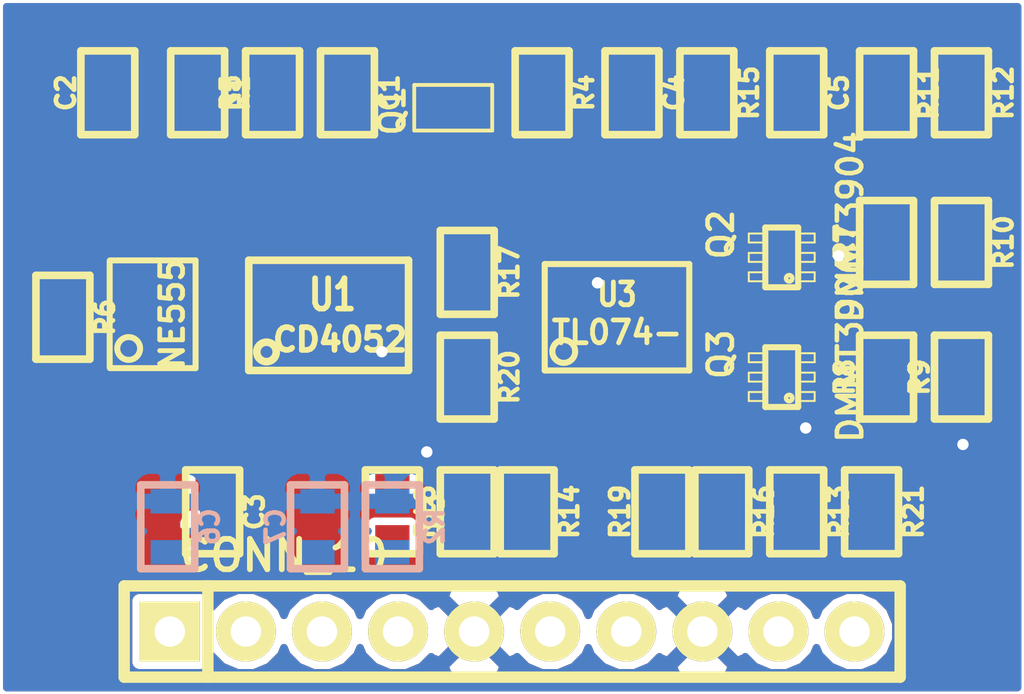
<source format=kicad_pcb>
(kicad_pcb (version 3) (host pcbnew "(2013-07-07 BZR 4022)-stable")

  (general
    (links 89)
    (no_connects 67)
    (area 98.899999 70.899999 133.100001 95.39725)
    (thickness 1.6)
    (drawings 4)
    (tracks 25)
    (zones 0)
    (modules 35)
    (nets 30)
  )

  (page A3)
  (layers
    (15 F.Cu signal)
    (0 B.Cu signal)
    (16 B.Adhes user)
    (17 F.Adhes user)
    (18 B.Paste user)
    (19 F.Paste user)
    (20 B.SilkS user)
    (21 F.SilkS user)
    (22 B.Mask user)
    (23 F.Mask user)
    (24 Dwgs.User user)
    (25 Cmts.User user)
    (26 Eco1.User user)
    (27 Eco2.User user)
    (28 Edge.Cuts user)
  )

  (setup
    (last_trace_width 0.254)
    (trace_clearance 0.254)
    (zone_clearance 0.254)
    (zone_45_only no)
    (trace_min 0.254)
    (segment_width 0.2)
    (edge_width 0.1)
    (via_size 0.889)
    (via_drill 0.381)
    (via_min_size 0.889)
    (via_min_drill 0.381)
    (uvia_size 0.508)
    (uvia_drill 0.127)
    (uvias_allowed no)
    (uvia_min_size 0.508)
    (uvia_min_drill 0.127)
    (pcb_text_width 0.3)
    (pcb_text_size 1.5 1.5)
    (mod_edge_width 0.15)
    (mod_text_size 1 1)
    (mod_text_width 0.15)
    (pad_size 1.5 1.5)
    (pad_drill 0.6)
    (pad_to_mask_clearance 0)
    (aux_axis_origin 0 0)
    (visible_elements 7FFF7FBF)
    (pcbplotparams
      (layerselection 3178497)
      (usegerberextensions true)
      (excludeedgelayer true)
      (linewidth 0.150000)
      (plotframeref false)
      (viasonmask false)
      (mode 1)
      (useauxorigin false)
      (hpglpennumber 1)
      (hpglpenspeed 20)
      (hpglpendiameter 15)
      (hpglpenoverlay 2)
      (psnegative false)
      (psa4output false)
      (plotreference true)
      (plotvalue true)
      (plotothertext true)
      (plotinvisibletext false)
      (padsonsilk false)
      (subtractmaskfromsilk false)
      (outputformat 1)
      (mirror false)
      (drillshape 1)
      (scaleselection 1)
      (outputdirectory ""))
  )

  (net 0 "")
  (net 1 +12V)
  (net 2 -12V)
  (net 3 ATTACK)
  (net 4 DECAY)
  (net 5 "ENV OUT")
  (net 6 GATE)
  (net 7 GND)
  (net 8 N-0000010)
  (net 9 N-0000011)
  (net 10 N-0000012)
  (net 11 N-0000015)
  (net 12 N-0000016)
  (net 13 N-000002)
  (net 14 N-0000021)
  (net 15 N-0000022)
  (net 16 N-0000023)
  (net 17 N-0000024)
  (net 18 N-0000025)
  (net 19 N-0000027)
  (net 20 N-0000028)
  (net 21 N-0000029)
  (net 22 N-000003)
  (net 23 N-0000030)
  (net 24 N-000004)
  (net 25 N-000007)
  (net 26 N-000008)
  (net 27 N-000009)
  (net 28 RELEASE)
  (net 29 SUSTAIN)

  (net_class Default "This is the default net class."
    (clearance 0.254)
    (trace_width 0.254)
    (via_dia 0.889)
    (via_drill 0.381)
    (uvia_dia 0.508)
    (uvia_drill 0.127)
    (add_net "")
    (add_net GND)
    (add_net N-0000010)
    (add_net N-0000011)
    (add_net N-0000012)
    (add_net N-0000015)
    (add_net N-0000016)
    (add_net N-000002)
    (add_net N-0000021)
    (add_net N-0000022)
    (add_net N-0000023)
    (add_net N-0000024)
    (add_net N-0000025)
    (add_net N-0000027)
    (add_net N-0000028)
    (add_net N-0000029)
    (add_net N-000003)
    (add_net N-0000030)
    (add_net N-000004)
    (add_net N-000007)
    (add_net N-000008)
    (add_net N-000009)
  )

  (net_class POWER ""
    (clearance 0.254)
    (trace_width 0.3556)
    (via_dia 1.143)
    (via_drill 0.6096)
    (uvia_dia 0.508)
    (uvia_drill 0.127)
    (add_net +12V)
    (add_net -12V)
  )

  (net_class SIGNAL ""
    (clearance 0.254)
    (trace_width 0.254)
    (via_dia 0.889)
    (via_drill 0.381)
    (uvia_dia 0.508)
    (uvia_drill 0.127)
    (add_net ATTACK)
    (add_net DECAY)
    (add_net "ENV OUT")
    (add_net GATE)
    (add_net RELEASE)
    (add_net SUSTAIN)
  )

  (module TSSOP8-JRL (layer F.Cu) (tedit 52EC3DDF) (tstamp 52EC3E46)
    (at 104 81.5)
    (path /52EA6826)
    (attr smd)
    (fp_text reference U2 (at 0 -4.2) (layer F.SilkS) hide
      (effects (font (size 0.762 0.635) (thickness 0.15875)))
    )
    (fp_text value NE555 (at 0.65 -0.1 90) (layer F.SilkS)
      (effects (font (size 0.762 0.762) (thickness 0.16002)))
    )
    (fp_line (start -1.43 -1.9) (end 1.43 -1.9) (layer F.SilkS) (width 0.2))
    (fp_line (start 1.43 -1.9) (end 1.43 1.7) (layer F.SilkS) (width 0.2))
    (fp_line (start 1.43 1.7) (end -1.43 1.7) (layer F.SilkS) (width 0.2))
    (fp_line (start -1.438 1.678) (end -1.438 -1.878) (layer F.SilkS) (width 0.2))
    (fp_circle (center -0.803 1.043) (end -1.184 1.043) (layer F.SilkS) (width 0.2))
    (pad 1 smd rect (at -0.9554 2.694) (size 0.29972 1.30048)
      (layers F.Cu F.Paste F.Mask)
      (net 7 GND)
    )
    (pad 2 smd rect (at -0.3204 2.694) (size 0.29972 1.30048)
      (layers F.Cu F.Paste F.Mask)
      (net 10 N-0000012)
    )
    (pad 3 smd rect (at 0.34 2.694) (size 0.29972 1.30048)
      (layers F.Cu F.Paste F.Mask)
      (net 24 N-000004)
    )
    (pad 4 smd rect (at 0.975 2.694) (size 0.29972 1.30048)
      (layers F.Cu F.Paste F.Mask)
      (net 1 +12V)
    )
    (pad 5 smd rect (at 0.975 -2.894) (size 0.29972 1.30048)
      (layers F.Cu F.Paste F.Mask)
      (net 9 N-0000011)
    )
    (pad 6 smd rect (at 0.3273 -2.894) (size 0.29972 1.30048)
      (layers F.Cu F.Paste F.Mask)
      (net 22 N-000003)
    )
    (pad 7 smd rect (at -0.3204 -2.894) (size 0.29972 1.30048)
      (layers F.Cu F.Paste F.Mask)
    )
    (pad 8 smd rect (at -0.9681 -2.894) (size 0.29972 1.30048)
      (layers F.Cu F.Paste F.Mask)
      (net 1 +12V)
    )
    (model smd\smd_dil\tssop-14.wrl
      (at (xyz 0 0 0))
      (scale (xyz 1 1 1))
      (rotate (xyz 0 0 0))
    )
  )

  (module TSSOP16 (layer F.Cu) (tedit 4E43E09E) (tstamp 52EC3E5F)
    (at 110 81.5)
    (path /52E9DAA2)
    (attr smd)
    (fp_text reference U1 (at 0 -0.7493) (layer F.SilkS)
      (effects (font (size 1.016 0.762) (thickness 0.1905)))
    )
    (fp_text value CD4052 (at 0.24892 0.7493) (layer F.SilkS)
      (effects (font (size 0.762 0.762) (thickness 0.1905)))
    )
    (fp_line (start -2.794 -1.905) (end 2.54 -1.905) (layer F.SilkS) (width 0.254))
    (fp_line (start 2.54 -1.905) (end 2.54 1.778) (layer F.SilkS) (width 0.254))
    (fp_line (start 2.54 1.778) (end -2.794 1.778) (layer F.SilkS) (width 0.254))
    (fp_line (start -2.794 1.778) (end -2.794 -1.905) (layer F.SilkS) (width 0.254))
    (fp_circle (center -2.20218 1.15824) (end -2.40538 1.41224) (layer F.SilkS) (width 0.254))
    (pad 1 smd rect (at -2.27584 2.79908) (size 0.381 1.27)
      (layers F.Cu F.Paste F.Mask)
      (net 4 DECAY)
    )
    (pad 2 smd rect (at -1.6256 2.79908) (size 0.381 1.27)
      (layers F.Cu F.Paste F.Mask)
      (net 7 GND)
    )
    (pad 3 smd rect (at -0.97536 2.79908) (size 0.381 1.27)
      (layers F.Cu F.Paste F.Mask)
      (net 26 N-000008)
    )
    (pad 4 smd rect (at -0.32512 2.79908) (size 0.381 1.27)
      (layers F.Cu F.Paste F.Mask)
      (net 28 RELEASE)
    )
    (pad 5 smd rect (at 0.32512 2.79908) (size 0.381 1.27)
      (layers F.Cu F.Paste F.Mask)
      (net 28 RELEASE)
    )
    (pad 6 smd rect (at 0.97536 2.79908) (size 0.381 1.27)
      (layers F.Cu F.Paste F.Mask)
      (net 7 GND)
    )
    (pad 7 smd rect (at 1.6256 2.79908) (size 0.381 1.27)
      (layers F.Cu F.Paste F.Mask)
      (net 7 GND)
    )
    (pad 8 smd rect (at 2.27584 2.79908) (size 0.381 1.27)
      (layers F.Cu F.Paste F.Mask)
      (net 7 GND)
    )
    (pad 9 smd rect (at 2.27584 -2.79908) (size 0.381 1.27)
      (layers F.Cu F.Paste F.Mask)
      (net 24 N-000004)
    )
    (pad 10 smd rect (at 1.6256 -2.79908) (size 0.381 1.27)
      (layers F.Cu F.Paste F.Mask)
      (net 8 N-0000010)
    )
    (pad 11 smd rect (at 0.97536 -2.79908) (size 0.381 1.27)
      (layers F.Cu F.Paste F.Mask)
      (net 7 GND)
    )
    (pad 12 smd rect (at 0.32512 -2.79908) (size 0.381 1.27)
      (layers F.Cu F.Paste F.Mask)
      (net 29 SUSTAIN)
    )
    (pad 13 smd rect (at -0.32512 -2.79908) (size 0.381 1.27)
      (layers F.Cu F.Paste F.Mask)
      (net 17 N-0000024)
    )
    (pad 14 smd rect (at -0.97536 -2.79908) (size 0.381 1.27)
      (layers F.Cu F.Paste F.Mask)
      (net 7 GND)
    )
    (pad 15 smd rect (at -1.6256 -2.79908) (size 0.381 1.27)
      (layers F.Cu F.Paste F.Mask)
      (net 21 N-0000029)
    )
    (pad 16 smd rect (at -2.27584 -2.79908) (size 0.381 1.27)
      (layers F.Cu F.Paste F.Mask)
      (net 1 +12V)
    )
    (model smd\smd_dil\tssop-16.wrl
      (at (xyz 0 0 0))
      (scale (xyz 1 1 1))
      (rotate (xyz 0 0 0))
    )
  )

  (module TSSOP14 (layer F.Cu) (tedit 4E43F187) (tstamp 52EC3E76)
    (at 119.5 81.5)
    (path /52E9CC88)
    (attr smd)
    (fp_text reference U3 (at 0 -0.762) (layer F.SilkS)
      (effects (font (size 0.762 0.635) (thickness 0.16002)))
    )
    (fp_text value TL074- (at 0 0.508) (layer F.SilkS)
      (effects (font (size 0.762 0.762) (thickness 0.16002)))
    )
    (fp_line (start -2.413 -1.778) (end 2.413 -1.778) (layer F.SilkS) (width 0.2032))
    (fp_line (start 2.413 -1.778) (end 2.413 1.778) (layer F.SilkS) (width 0.2032))
    (fp_line (start 2.413 1.778) (end -2.413 1.778) (layer F.SilkS) (width 0.2032))
    (fp_line (start -2.413 1.778) (end -2.413 -1.778) (layer F.SilkS) (width 0.2032))
    (fp_circle (center -1.778 1.143) (end -2.159 1.143) (layer F.SilkS) (width 0.2032))
    (pad 1 smd rect (at -1.9304 2.794) (size 0.29972 1.30048)
      (layers F.Cu F.Paste F.Mask)
      (net 22 N-000003)
    )
    (pad 2 smd rect (at -1.2954 2.794) (size 0.29972 1.30048)
      (layers F.Cu F.Paste F.Mask)
      (net 13 N-000002)
    )
    (pad 3 smd rect (at -0.635 2.794) (size 0.29972 1.30048)
      (layers F.Cu F.Paste F.Mask)
      (net 20 N-0000028)
    )
    (pad 4 smd rect (at 0 2.794) (size 0.29972 1.30048)
      (layers F.Cu F.Paste F.Mask)
      (net 1 +12V)
    )
    (pad 5 smd rect (at 0.6604 2.794) (size 0.29972 1.30048)
      (layers F.Cu F.Paste F.Mask)
      (net 23 N-0000030)
    )
    (pad 6 smd rect (at 1.3081 2.794) (size 0.29972 1.30048)
      (layers F.Cu F.Paste F.Mask)
      (net 16 N-0000023)
    )
    (pad 7 smd rect (at 1.9558 2.794) (size 0.29972 1.30048)
      (layers F.Cu F.Paste F.Mask)
      (net 18 N-0000025)
    )
    (pad 8 smd rect (at 1.9558 -2.794) (size 0.29972 1.30048)
      (layers F.Cu F.Paste F.Mask)
      (net 15 N-0000022)
    )
    (pad 9 smd rect (at 1.3081 -2.794) (size 0.29972 1.30048)
      (layers F.Cu F.Paste F.Mask)
      (net 14 N-0000021)
    )
    (pad 10 smd rect (at 0.6604 -2.794) (size 0.29972 1.30048)
      (layers F.Cu F.Paste F.Mask)
      (net 7 GND)
    )
    (pad 11 smd rect (at 0 -2.794) (size 0.29972 1.30048)
      (layers F.Cu F.Paste F.Mask)
      (net 2 -12V)
    )
    (pad 12 smd rect (at -0.6477 -2.794) (size 0.29972 1.30048)
      (layers F.Cu F.Paste F.Mask)
      (net 7 GND)
    )
    (pad 13 smd rect (at -1.2954 -2.794) (size 0.29972 1.30048)
      (layers F.Cu F.Paste F.Mask)
      (net 19 N-0000027)
    )
    (pad 14 smd rect (at -1.9431 -2.794) (size 0.29972 1.30048)
      (layers F.Cu F.Paste F.Mask)
      (net 20 N-0000028)
    )
    (model smd\smd_dil\tssop-14.wrl
      (at (xyz 0 0 0))
      (scale (xyz 1 1 1))
      (rotate (xyz 0 0 0))
    )
  )

  (module SOT363-JRL (layer F.Cu) (tedit 512395CF) (tstamp 52EC3E9D)
    (at 125 83.5 90)
    (descr "SMALL OUTLINE TRANSISTOR; 6 LEADS")
    (tags "SMALL OUTLINE TRANSISTOR; 6 LEADS")
    (path /52EA83F8)
    (attr smd)
    (fp_text reference Q3 (at 0.762 -2.032 90) (layer F.SilkS)
      (effects (font (size 0.8128 0.8128) (thickness 0.1524)))
    )
    (fp_text value DMMT3906 (at 1.016 2.286 90) (layer F.SilkS)
      (effects (font (size 0.8128 0.8128) (thickness 0.1524)))
    )
    (fp_line (start -0.79756 1.09982) (end -0.49784 1.09982) (layer F.SilkS) (width 0.06604))
    (fp_line (start -0.49784 1.09982) (end -0.49784 0.59944) (layer F.SilkS) (width 0.06604))
    (fp_line (start -0.79756 0.59944) (end -0.49784 0.59944) (layer F.SilkS) (width 0.06604))
    (fp_line (start -0.79756 1.09982) (end -0.79756 0.59944) (layer F.SilkS) (width 0.06604))
    (fp_line (start -0.14986 1.09982) (end 0.14986 1.09982) (layer F.SilkS) (width 0.06604))
    (fp_line (start 0.14986 1.09982) (end 0.14986 0.59944) (layer F.SilkS) (width 0.06604))
    (fp_line (start -0.14986 0.59944) (end 0.14986 0.59944) (layer F.SilkS) (width 0.06604))
    (fp_line (start -0.14986 1.09982) (end -0.14986 0.59944) (layer F.SilkS) (width 0.06604))
    (fp_line (start 0.49784 1.09982) (end 0.79756 1.09982) (layer F.SilkS) (width 0.06604))
    (fp_line (start 0.79756 1.09982) (end 0.79756 0.59944) (layer F.SilkS) (width 0.06604))
    (fp_line (start 0.49784 0.59944) (end 0.79756 0.59944) (layer F.SilkS) (width 0.06604))
    (fp_line (start 0.49784 1.09982) (end 0.49784 0.59944) (layer F.SilkS) (width 0.06604))
    (fp_line (start 0.49784 -0.59944) (end 0.79756 -0.59944) (layer F.SilkS) (width 0.06604))
    (fp_line (start 0.79756 -0.59944) (end 0.79756 -1.09982) (layer F.SilkS) (width 0.06604))
    (fp_line (start 0.49784 -1.09982) (end 0.79756 -1.09982) (layer F.SilkS) (width 0.06604))
    (fp_line (start 0.49784 -0.59944) (end 0.49784 -1.09982) (layer F.SilkS) (width 0.06604))
    (fp_line (start -0.14986 -0.59944) (end 0.14986 -0.59944) (layer F.SilkS) (width 0.06604))
    (fp_line (start 0.14986 -0.59944) (end 0.14986 -1.09982) (layer F.SilkS) (width 0.06604))
    (fp_line (start -0.14986 -1.09982) (end 0.14986 -1.09982) (layer F.SilkS) (width 0.06604))
    (fp_line (start -0.14986 -0.59944) (end -0.14986 -1.09982) (layer F.SilkS) (width 0.06604))
    (fp_line (start -0.79756 -0.59944) (end -0.49784 -0.59944) (layer F.SilkS) (width 0.06604))
    (fp_line (start -0.49784 -0.59944) (end -0.49784 -1.09982) (layer F.SilkS) (width 0.06604))
    (fp_line (start -0.79756 -1.09982) (end -0.49784 -1.09982) (layer F.SilkS) (width 0.06604))
    (fp_line (start -0.79756 -0.59944) (end -0.79756 -1.09982) (layer F.SilkS) (width 0.06604))
    (fp_line (start -0.99822 -0.54864) (end 0.99822 -0.54864) (layer F.SilkS) (width 0.2032))
    (fp_line (start 0.99822 -0.54864) (end 0.99822 0.54864) (layer F.SilkS) (width 0.2032))
    (fp_line (start 0.99822 0.54864) (end -0.99822 0.54864) (layer F.SilkS) (width 0.2032))
    (fp_line (start -0.99822 0.54864) (end -0.99822 -0.54864) (layer F.SilkS) (width 0.2032))
    (fp_circle (center -0.6985 0.24892) (end -0.77216 0.32258) (layer F.SilkS) (width 0.1524))
    (pad 1 smd rect (at -0.6477 0.79756 90) (size 0.39878 0.79756)
      (layers F.Cu F.Paste F.Mask)
      (net 7 GND)
    )
    (pad 2 smd rect (at 0 0.79756 90) (size 0.39878 0.79756)
      (layers F.Cu F.Paste F.Mask)
      (net 25 N-000007)
    )
    (pad 3 smd rect (at 0.6477 0.79756 90) (size 0.39878 0.79756)
      (layers F.Cu F.Paste F.Mask)
      (net 19 N-0000027)
    )
    (pad 4 smd rect (at 0.6477 -0.79756 90) (size 0.39878 0.79756)
      (layers F.Cu F.Paste F.Mask)
      (net 11 N-0000015)
    )
    (pad 5 smd rect (at 0 -0.79756 90) (size 0.39878 0.79756)
      (layers F.Cu F.Paste F.Mask)
      (net 11 N-0000015)
    )
    (pad 6 smd rect (at -0.6477 -0.79756 90) (size 0.39878 0.79756)
      (layers F.Cu F.Paste F.Mask)
      (net 14 N-0000021)
    )
  )

  (module SOT363-JRL (layer F.Cu) (tedit 512395CF) (tstamp 52EC3EC4)
    (at 125 79.5 90)
    (descr "SMALL OUTLINE TRANSISTOR; 6 LEADS")
    (tags "SMALL OUTLINE TRANSISTOR; 6 LEADS")
    (path /52EA83E9)
    (attr smd)
    (fp_text reference Q2 (at 0.762 -2.032 90) (layer F.SilkS)
      (effects (font (size 0.8128 0.8128) (thickness 0.1524)))
    )
    (fp_text value DMMT3904 (at 1.016 2.286 90) (layer F.SilkS)
      (effects (font (size 0.8128 0.8128) (thickness 0.1524)))
    )
    (fp_line (start -0.79756 1.09982) (end -0.49784 1.09982) (layer F.SilkS) (width 0.06604))
    (fp_line (start -0.49784 1.09982) (end -0.49784 0.59944) (layer F.SilkS) (width 0.06604))
    (fp_line (start -0.79756 0.59944) (end -0.49784 0.59944) (layer F.SilkS) (width 0.06604))
    (fp_line (start -0.79756 1.09982) (end -0.79756 0.59944) (layer F.SilkS) (width 0.06604))
    (fp_line (start -0.14986 1.09982) (end 0.14986 1.09982) (layer F.SilkS) (width 0.06604))
    (fp_line (start 0.14986 1.09982) (end 0.14986 0.59944) (layer F.SilkS) (width 0.06604))
    (fp_line (start -0.14986 0.59944) (end 0.14986 0.59944) (layer F.SilkS) (width 0.06604))
    (fp_line (start -0.14986 1.09982) (end -0.14986 0.59944) (layer F.SilkS) (width 0.06604))
    (fp_line (start 0.49784 1.09982) (end 0.79756 1.09982) (layer F.SilkS) (width 0.06604))
    (fp_line (start 0.79756 1.09982) (end 0.79756 0.59944) (layer F.SilkS) (width 0.06604))
    (fp_line (start 0.49784 0.59944) (end 0.79756 0.59944) (layer F.SilkS) (width 0.06604))
    (fp_line (start 0.49784 1.09982) (end 0.49784 0.59944) (layer F.SilkS) (width 0.06604))
    (fp_line (start 0.49784 -0.59944) (end 0.79756 -0.59944) (layer F.SilkS) (width 0.06604))
    (fp_line (start 0.79756 -0.59944) (end 0.79756 -1.09982) (layer F.SilkS) (width 0.06604))
    (fp_line (start 0.49784 -1.09982) (end 0.79756 -1.09982) (layer F.SilkS) (width 0.06604))
    (fp_line (start 0.49784 -0.59944) (end 0.49784 -1.09982) (layer F.SilkS) (width 0.06604))
    (fp_line (start -0.14986 -0.59944) (end 0.14986 -0.59944) (layer F.SilkS) (width 0.06604))
    (fp_line (start 0.14986 -0.59944) (end 0.14986 -1.09982) (layer F.SilkS) (width 0.06604))
    (fp_line (start -0.14986 -1.09982) (end 0.14986 -1.09982) (layer F.SilkS) (width 0.06604))
    (fp_line (start -0.14986 -0.59944) (end -0.14986 -1.09982) (layer F.SilkS) (width 0.06604))
    (fp_line (start -0.79756 -0.59944) (end -0.49784 -0.59944) (layer F.SilkS) (width 0.06604))
    (fp_line (start -0.49784 -0.59944) (end -0.49784 -1.09982) (layer F.SilkS) (width 0.06604))
    (fp_line (start -0.79756 -1.09982) (end -0.49784 -1.09982) (layer F.SilkS) (width 0.06604))
    (fp_line (start -0.79756 -0.59944) (end -0.79756 -1.09982) (layer F.SilkS) (width 0.06604))
    (fp_line (start -0.99822 -0.54864) (end 0.99822 -0.54864) (layer F.SilkS) (width 0.2032))
    (fp_line (start 0.99822 -0.54864) (end 0.99822 0.54864) (layer F.SilkS) (width 0.2032))
    (fp_line (start 0.99822 0.54864) (end -0.99822 0.54864) (layer F.SilkS) (width 0.2032))
    (fp_line (start -0.99822 0.54864) (end -0.99822 -0.54864) (layer F.SilkS) (width 0.2032))
    (fp_circle (center -0.6985 0.24892) (end -0.77216 0.32258) (layer F.SilkS) (width 0.1524))
    (pad 1 smd rect (at -0.6477 0.79756 90) (size 0.39878 0.79756)
      (layers F.Cu F.Paste F.Mask)
      (net 12 N-0000016)
    )
    (pad 2 smd rect (at 0 0.79756 90) (size 0.39878 0.79756)
      (layers F.Cu F.Paste F.Mask)
      (net 7 GND)
    )
    (pad 3 smd rect (at 0.6477 0.79756 90) (size 0.39878 0.79756)
      (layers F.Cu F.Paste F.Mask)
      (net 19 N-0000027)
    )
    (pad 4 smd rect (at 0.6477 -0.79756 90) (size 0.39878 0.79756)
      (layers F.Cu F.Paste F.Mask)
      (net 11 N-0000015)
    )
    (pad 5 smd rect (at 0 -0.79756 90) (size 0.39878 0.79756)
      (layers F.Cu F.Paste F.Mask)
      (net 11 N-0000015)
    )
    (pad 6 smd rect (at -0.6477 -0.79756 90) (size 0.39878 0.79756)
      (layers F.Cu F.Paste F.Mask)
      (net 14 N-0000021)
    )
  )

  (module SOT23-JRL (layer F.Cu) (tedit 5281A378) (tstamp 52EF2878)
    (at 114 74.5 180)
    (tags SOT23)
    (path /52EA6833)
    (fp_text reference Q1 (at 1.99898 -0.09906 270) (layer F.SilkS)
      (effects (font (size 0.8128 0.8128) (thickness 0.1524)))
    )
    (fp_text value 2N3904 (at 0.0635 0 180) (layer F.SilkS) hide
      (effects (font (size 0.8128 0.8128) (thickness 0.1524)))
    )
    (fp_line (start 1.27 0.762) (end -1.3335 0.762) (layer F.SilkS) (width 0.127))
    (fp_line (start -1.3335 0.762) (end -1.3335 -0.762) (layer F.SilkS) (width 0.127))
    (fp_line (start -1.3335 -0.762) (end 1.27 -0.762) (layer F.SilkS) (width 0.127))
    (fp_line (start 1.27 -0.762) (end 1.27 0.762) (layer F.SilkS) (width 0.127))
    (pad 3 smd rect (at 0 -1.27 180) (size 0.70104 1.00076)
      (layers F.Cu F.Paste F.Mask)
      (net 8 N-0000010)
    )
    (pad 1 smd rect (at 0.9525 1.27 180) (size 0.70104 1.00076)
      (layers F.Cu F.Paste F.Mask)
      (net 7 GND)
    )
    (pad 2 smd rect (at -0.9525 1.27 180) (size 0.70104 1.00076)
      (layers F.Cu F.Paste F.Mask)
      (net 27 N-000009)
    )
    (model smd/SOT23_6.wrl
      (at (xyz 0 0 0))
      (scale (xyz 0.11 0.11 0.11))
      (rotate (xyz 0 0 -180))
    )
  )

  (module SM0603-JRL (layer F.Cu) (tedit 528C3246) (tstamp 52EC3ED9)
    (at 131 83.5 90)
    (path /52EA8356)
    (attr smd)
    (fp_text reference R9 (at 0 -1.4 90) (layer F.SilkS)
      (effects (font (size 0.6096 0.6096) (thickness 0.1524)))
    )
    (fp_text value 2.2K (at 0 0 90) (layer F.SilkS) hide
      (effects (font (size 0.508 0.4572) (thickness 0.1143)))
    )
    (fp_line (start -1.4 0.9) (end 1.4 0.9) (layer F.SilkS) (width 0.254))
    (fp_line (start 1.4 0.9) (end 1.4 -0.9) (layer F.SilkS) (width 0.254))
    (fp_line (start 1.4 -0.9) (end -1.4 -0.9) (layer F.SilkS) (width 0.254))
    (fp_line (start -1.4 -0.9) (end -1.4 0.9) (layer F.SilkS) (width 0.254))
    (pad 1 smd rect (at -0.8509 0 90) (size 0.8128 1.143)
      (layers F.Cu F.Paste F.Mask)
      (net 7 GND)
    )
    (pad 2 smd rect (at 0.8509 0 90) (size 0.8128 1.143)
      (layers F.Cu F.Paste F.Mask)
      (net 25 N-000007)
    )
    (model smd\resistors\R0603.wrl
      (at (xyz 0 0 0.001))
      (scale (xyz 0.5 0.5 0.5))
      (rotate (xyz 0 0 0))
    )
  )

  (module SM0603-JRL (layer F.Cu) (tedit 528C3246) (tstamp 52EF286C)
    (at 117 74 270)
    (path /52EA68F7)
    (attr smd)
    (fp_text reference R4 (at 0 -1.4 270) (layer F.SilkS)
      (effects (font (size 0.6096 0.6096) (thickness 0.1524)))
    )
    (fp_text value 330K (at 0 0 270) (layer F.SilkS) hide
      (effects (font (size 0.508 0.4572) (thickness 0.1143)))
    )
    (fp_line (start -1.4 0.9) (end 1.4 0.9) (layer F.SilkS) (width 0.254))
    (fp_line (start 1.4 0.9) (end 1.4 -0.9) (layer F.SilkS) (width 0.254))
    (fp_line (start 1.4 -0.9) (end -1.4 -0.9) (layer F.SilkS) (width 0.254))
    (fp_line (start -1.4 -0.9) (end -1.4 0.9) (layer F.SilkS) (width 0.254))
    (pad 1 smd rect (at -0.8509 0 270) (size 0.8128 1.143)
      (layers F.Cu F.Paste F.Mask)
      (net 27 N-000009)
    )
    (pad 2 smd rect (at 0.8509 0 270) (size 0.8128 1.143)
      (layers F.Cu F.Paste F.Mask)
      (net 2 -12V)
    )
    (model smd\resistors\R0603.wrl
      (at (xyz 0 0 0.001))
      (scale (xyz 0.5 0.5 0.5))
      (rotate (xyz 0 0 0))
    )
  )

  (module SM0603-JRL (layer F.Cu) (tedit 528C3246) (tstamp 52EC3EED)
    (at 110.5 74 270)
    (path /52EA6BA1)
    (attr smd)
    (fp_text reference C1 (at 0 -1.4 270) (layer F.SilkS)
      (effects (font (size 0.6096 0.6096) (thickness 0.1524)))
    )
    (fp_text value 100n (at 0 0 270) (layer F.SilkS) hide
      (effects (font (size 0.508 0.4572) (thickness 0.1143)))
    )
    (fp_line (start -1.4 0.9) (end 1.4 0.9) (layer F.SilkS) (width 0.254))
    (fp_line (start 1.4 0.9) (end 1.4 -0.9) (layer F.SilkS) (width 0.254))
    (fp_line (start 1.4 -0.9) (end -1.4 -0.9) (layer F.SilkS) (width 0.254))
    (fp_line (start -1.4 -0.9) (end -1.4 0.9) (layer F.SilkS) (width 0.254))
    (pad 1 smd rect (at -0.8509 0 270) (size 0.8128 1.143)
      (layers F.Cu F.Paste F.Mask)
      (net 8 N-0000010)
    )
    (pad 2 smd rect (at 0.8509 0 270) (size 0.8128 1.143)
      (layers F.Cu F.Paste F.Mask)
      (net 10 N-0000012)
    )
    (model smd\resistors\R0603.wrl
      (at (xyz 0 0 0.001))
      (scale (xyz 0.5 0.5 0.5))
      (rotate (xyz 0 0 0))
    )
  )

  (module SM0603-JRL (layer F.Cu) (tedit 528C3246) (tstamp 52EC3EF7)
    (at 101 81.5 270)
    (path /52EA6BBB)
    (attr smd)
    (fp_text reference R6 (at 0 -1.4 270) (layer F.SilkS)
      (effects (font (size 0.6096 0.6096) (thickness 0.1524)))
    )
    (fp_text value 10K (at 0 0 270) (layer F.SilkS) hide
      (effects (font (size 0.508 0.4572) (thickness 0.1143)))
    )
    (fp_line (start -1.4 0.9) (end 1.4 0.9) (layer F.SilkS) (width 0.254))
    (fp_line (start 1.4 0.9) (end 1.4 -0.9) (layer F.SilkS) (width 0.254))
    (fp_line (start 1.4 -0.9) (end -1.4 -0.9) (layer F.SilkS) (width 0.254))
    (fp_line (start -1.4 -0.9) (end -1.4 0.9) (layer F.SilkS) (width 0.254))
    (pad 1 smd rect (at -0.8509 0 270) (size 0.8128 1.143)
      (layers F.Cu F.Paste F.Mask)
      (net 1 +12V)
    )
    (pad 2 smd rect (at 0.8509 0 270) (size 0.8128 1.143)
      (layers F.Cu F.Paste F.Mask)
      (net 10 N-0000012)
    )
    (model smd\resistors\R0603.wrl
      (at (xyz 0 0 0.001))
      (scale (xyz 0.5 0.5 0.5))
      (rotate (xyz 0 0 0))
    )
  )

  (module SM0603-JRL (layer F.Cu) (tedit 528C3246) (tstamp 52EC3F01)
    (at 102.5 74 90)
    (path /52EA7373)
    (attr smd)
    (fp_text reference C2 (at 0 -1.4 90) (layer F.SilkS)
      (effects (font (size 0.6096 0.6096) (thickness 0.1524)))
    )
    (fp_text value 0.01μ (at 0 0 90) (layer F.SilkS) hide
      (effects (font (size 0.508 0.4572) (thickness 0.1143)))
    )
    (fp_line (start -1.4 0.9) (end 1.4 0.9) (layer F.SilkS) (width 0.254))
    (fp_line (start 1.4 0.9) (end 1.4 -0.9) (layer F.SilkS) (width 0.254))
    (fp_line (start 1.4 -0.9) (end -1.4 -0.9) (layer F.SilkS) (width 0.254))
    (fp_line (start -1.4 -0.9) (end -1.4 0.9) (layer F.SilkS) (width 0.254))
    (pad 1 smd rect (at -0.8509 0 90) (size 0.8128 1.143)
      (layers F.Cu F.Paste F.Mask)
      (net 9 N-0000011)
    )
    (pad 2 smd rect (at 0.8509 0 90) (size 0.8128 1.143)
      (layers F.Cu F.Paste F.Mask)
      (net 7 GND)
    )
    (model smd\resistors\R0603.wrl
      (at (xyz 0 0 0.001))
      (scale (xyz 0.5 0.5 0.5))
      (rotate (xyz 0 0 0))
    )
  )

  (module SM0603-JRL (layer F.Cu) (tedit 528C3246) (tstamp 52EC3F0B)
    (at 116.5 88 270)
    (path /52EA7939)
    (attr smd)
    (fp_text reference R14 (at 0 -1.4 270) (layer F.SilkS)
      (effects (font (size 0.6096 0.6096) (thickness 0.1524)))
    )
    (fp_text value 56K** (at 0 0 270) (layer F.SilkS) hide
      (effects (font (size 0.508 0.4572) (thickness 0.1143)))
    )
    (fp_line (start -1.4 0.9) (end 1.4 0.9) (layer F.SilkS) (width 0.254))
    (fp_line (start 1.4 0.9) (end 1.4 -0.9) (layer F.SilkS) (width 0.254))
    (fp_line (start 1.4 -0.9) (end -1.4 -0.9) (layer F.SilkS) (width 0.254))
    (fp_line (start -1.4 -0.9) (end -1.4 0.9) (layer F.SilkS) (width 0.254))
    (pad 1 smd rect (at -0.8509 0 270) (size 0.8128 1.143)
      (layers F.Cu F.Paste F.Mask)
      (net 22 N-000003)
    )
    (pad 2 smd rect (at 0.8509 0 270) (size 0.8128 1.143)
      (layers F.Cu F.Paste F.Mask)
      (net 13 N-000002)
    )
    (model smd\resistors\R0603.wrl
      (at (xyz 0 0 0.001))
      (scale (xyz 0.5 0.5 0.5))
      (rotate (xyz 0 0 0))
    )
  )

  (module SM0603-JRL (layer F.Cu) (tedit 528C3246) (tstamp 52EC3F15)
    (at 114.5 88 90)
    (path /52EA793F)
    (attr smd)
    (fp_text reference R18 (at 0 -1.4 90) (layer F.SilkS)
      (effects (font (size 0.6096 0.6096) (thickness 0.1524)))
    )
    (fp_text value 100K (at 0 0 90) (layer F.SilkS) hide
      (effects (font (size 0.508 0.4572) (thickness 0.1143)))
    )
    (fp_line (start -1.4 0.9) (end 1.4 0.9) (layer F.SilkS) (width 0.254))
    (fp_line (start 1.4 0.9) (end 1.4 -0.9) (layer F.SilkS) (width 0.254))
    (fp_line (start 1.4 -0.9) (end -1.4 -0.9) (layer F.SilkS) (width 0.254))
    (fp_line (start -1.4 -0.9) (end -1.4 0.9) (layer F.SilkS) (width 0.254))
    (pad 1 smd rect (at -0.8509 0 90) (size 0.8128 1.143)
      (layers F.Cu F.Paste F.Mask)
      (net 13 N-000002)
    )
    (pad 2 smd rect (at 0.8509 0 90) (size 0.8128 1.143)
      (layers F.Cu F.Paste F.Mask)
      (net 7 GND)
    )
    (model smd\resistors\R0603.wrl
      (at (xyz 0 0 0.001))
      (scale (xyz 0.5 0.5 0.5))
      (rotate (xyz 0 0 0))
    )
  )

  (module SM0603-JRL (layer F.Cu) (tedit 528C3246) (tstamp 52EC3F1F)
    (at 106 88 270)
    (path /52EC40BB)
    (attr smd)
    (fp_text reference C3 (at 0 -1.4 270) (layer F.SilkS)
      (effects (font (size 0.6096 0.6096) (thickness 0.1524)))
    )
    (fp_text value 100n (at 0 0 270) (layer F.SilkS) hide
      (effects (font (size 0.508 0.4572) (thickness 0.1143)))
    )
    (fp_line (start -1.4 0.9) (end 1.4 0.9) (layer F.SilkS) (width 0.254))
    (fp_line (start 1.4 0.9) (end 1.4 -0.9) (layer F.SilkS) (width 0.254))
    (fp_line (start 1.4 -0.9) (end -1.4 -0.9) (layer F.SilkS) (width 0.254))
    (fp_line (start -1.4 -0.9) (end -1.4 0.9) (layer F.SilkS) (width 0.254))
    (pad 1 smd rect (at -0.8509 0 270) (size 0.8128 1.143)
      (layers F.Cu F.Paste F.Mask)
      (net 1 +12V)
    )
    (pad 2 smd rect (at 0.8509 0 270) (size 0.8128 1.143)
      (layers F.Cu F.Paste F.Mask)
      (net 7 GND)
    )
    (model smd\resistors\R0603.wrl
      (at (xyz 0 0 0.001))
      (scale (xyz 0.5 0.5 0.5))
      (rotate (xyz 0 0 0))
    )
  )

  (module SM0603-JRL (layer F.Cu) (tedit 528C3246) (tstamp 52EF2814)
    (at 131 79 270)
    (path /52EA835C)
    (attr smd)
    (fp_text reference R10 (at 0 -1.4 270) (layer F.SilkS)
      (effects (font (size 0.6096 0.6096) (thickness 0.1524)))
    )
    (fp_text value 270K (at 0 0 270) (layer F.SilkS) hide
      (effects (font (size 0.508 0.4572) (thickness 0.1143)))
    )
    (fp_line (start -1.4 0.9) (end 1.4 0.9) (layer F.SilkS) (width 0.254))
    (fp_line (start 1.4 0.9) (end 1.4 -0.9) (layer F.SilkS) (width 0.254))
    (fp_line (start 1.4 -0.9) (end -1.4 -0.9) (layer F.SilkS) (width 0.254))
    (fp_line (start -1.4 -0.9) (end -1.4 0.9) (layer F.SilkS) (width 0.254))
    (pad 1 smd rect (at -0.8509 0 270) (size 0.8128 1.143)
      (layers F.Cu F.Paste F.Mask)
      (net 2 -12V)
    )
    (pad 2 smd rect (at 0.8509 0 270) (size 0.8128 1.143)
      (layers F.Cu F.Paste F.Mask)
      (net 25 N-000007)
    )
    (model smd\resistors\R0603.wrl
      (at (xyz 0 0 0.001))
      (scale (xyz 0.5 0.5 0.5))
      (rotate (xyz 0 0 0))
    )
  )

  (module SM0603-JRL (layer F.Cu) (tedit 528C3246) (tstamp 52EC3F33)
    (at 128.5 79 90)
    (path /52EA8929)
    (attr smd)
    (fp_text reference R7 (at 0 -1.4 90) (layer F.SilkS)
      (effects (font (size 0.6096 0.6096) (thickness 0.1524)))
    )
    (fp_text value 43K** (at 0 0 90) (layer F.SilkS) hide
      (effects (font (size 0.508 0.4572) (thickness 0.1143)))
    )
    (fp_line (start -1.4 0.9) (end 1.4 0.9) (layer F.SilkS) (width 0.254))
    (fp_line (start 1.4 0.9) (end 1.4 -0.9) (layer F.SilkS) (width 0.254))
    (fp_line (start 1.4 -0.9) (end -1.4 -0.9) (layer F.SilkS) (width 0.254))
    (fp_line (start -1.4 -0.9) (end -1.4 0.9) (layer F.SilkS) (width 0.254))
    (pad 1 smd rect (at -0.8509 0 90) (size 0.8128 1.143)
      (layers F.Cu F.Paste F.Mask)
      (net 3 ATTACK)
    )
    (pad 2 smd rect (at 0.8509 0 90) (size 0.8128 1.143)
      (layers F.Cu F.Paste F.Mask)
      (net 12 N-0000016)
    )
    (model smd\resistors\R0603.wrl
      (at (xyz 0 0 0.001))
      (scale (xyz 0.5 0.5 0.5))
      (rotate (xyz 0 0 0))
    )
  )

  (module SM0603-JRL (layer F.Cu) (tedit 528C3246) (tstamp 52EF282A)
    (at 128.5 74 270)
    (path /52EA893B)
    (attr smd)
    (fp_text reference R11 (at 0 -1.4 270) (layer F.SilkS)
      (effects (font (size 0.6096 0.6096) (thickness 0.1524)))
    )
    (fp_text value 2.2K (at 0 0 270) (layer F.SilkS) hide
      (effects (font (size 0.508 0.4572) (thickness 0.1143)))
    )
    (fp_line (start -1.4 0.9) (end 1.4 0.9) (layer F.SilkS) (width 0.254))
    (fp_line (start 1.4 0.9) (end 1.4 -0.9) (layer F.SilkS) (width 0.254))
    (fp_line (start 1.4 -0.9) (end -1.4 -0.9) (layer F.SilkS) (width 0.254))
    (fp_line (start -1.4 -0.9) (end -1.4 0.9) (layer F.SilkS) (width 0.254))
    (pad 1 smd rect (at -0.8509 0 270) (size 0.8128 1.143)
      (layers F.Cu F.Paste F.Mask)
      (net 7 GND)
    )
    (pad 2 smd rect (at 0.8509 0 270) (size 0.8128 1.143)
      (layers F.Cu F.Paste F.Mask)
      (net 12 N-0000016)
    )
    (model smd\resistors\R0603.wrl
      (at (xyz 0 0 0.001))
      (scale (xyz 0.5 0.5 0.5))
      (rotate (xyz 0 0 0))
    )
  )

  (module SM0603-JRL (layer F.Cu) (tedit 528C3246) (tstamp 52EF281F)
    (at 131 74 270)
    (path /52EA8941)
    (attr smd)
    (fp_text reference R12 (at 0 -1.4 270) (layer F.SilkS)
      (effects (font (size 0.6096 0.6096) (thickness 0.1524)))
    )
    (fp_text value 270K (at 0 0 270) (layer F.SilkS) hide
      (effects (font (size 0.508 0.4572) (thickness 0.1143)))
    )
    (fp_line (start -1.4 0.9) (end 1.4 0.9) (layer F.SilkS) (width 0.254))
    (fp_line (start 1.4 0.9) (end 1.4 -0.9) (layer F.SilkS) (width 0.254))
    (fp_line (start 1.4 -0.9) (end -1.4 -0.9) (layer F.SilkS) (width 0.254))
    (fp_line (start -1.4 -0.9) (end -1.4 0.9) (layer F.SilkS) (width 0.254))
    (pad 1 smd rect (at -0.8509 0 270) (size 0.8128 1.143)
      (layers F.Cu F.Paste F.Mask)
      (net 2 -12V)
    )
    (pad 2 smd rect (at 0.8509 0 270) (size 0.8128 1.143)
      (layers F.Cu F.Paste F.Mask)
      (net 12 N-0000016)
    )
    (model smd\resistors\R0603.wrl
      (at (xyz 0 0 0.001))
      (scale (xyz 0.5 0.5 0.5))
      (rotate (xyz 0 0 0))
    )
  )

  (module SM0603-JRL (layer B.Cu) (tedit 528C3246) (tstamp 52ED3764)
    (at 112 88.5 90)
    (path /52EA68F1)
    (attr smd)
    (fp_text reference R2 (at 0 1.4 90) (layer B.SilkS)
      (effects (font (size 0.6096 0.6096) (thickness 0.1524)) (justify mirror))
    )
    (fp_text value 100K (at 0 0 90) (layer B.SilkS) hide
      (effects (font (size 0.508 0.4572) (thickness 0.1143)) (justify mirror))
    )
    (fp_line (start -1.4 -0.9) (end 1.4 -0.9) (layer B.SilkS) (width 0.254))
    (fp_line (start 1.4 -0.9) (end 1.4 0.9) (layer B.SilkS) (width 0.254))
    (fp_line (start 1.4 0.9) (end -1.4 0.9) (layer B.SilkS) (width 0.254))
    (fp_line (start -1.4 0.9) (end -1.4 -0.9) (layer B.SilkS) (width 0.254))
    (pad 1 smd rect (at -0.8509 0 90) (size 0.8128 1.143)
      (layers B.Cu B.Paste B.Mask)
      (net 6 GATE)
    )
    (pad 2 smd rect (at 0.8509 0 90) (size 0.8128 1.143)
      (layers B.Cu B.Paste B.Mask)
      (net 7 GND)
    )
    (model smd\resistors\R0603.wrl
      (at (xyz 0 0 0.001))
      (scale (xyz 0.5 0.5 0.5))
      (rotate (xyz 0 0 0))
    )
  )

  (module SM0603-JRL (layer F.Cu) (tedit 528C3246) (tstamp 52EC3F5B)
    (at 112 88 270)
    (path /52EA6853)
    (attr smd)
    (fp_text reference R3 (at 0 -1.4 270) (layer F.SilkS)
      (effects (font (size 0.6096 0.6096) (thickness 0.1524)))
    )
    (fp_text value 33K (at 0 0 270) (layer F.SilkS) hide
      (effects (font (size 0.508 0.4572) (thickness 0.1143)))
    )
    (fp_line (start -1.4 0.9) (end 1.4 0.9) (layer F.SilkS) (width 0.254))
    (fp_line (start 1.4 0.9) (end 1.4 -0.9) (layer F.SilkS) (width 0.254))
    (fp_line (start 1.4 -0.9) (end -1.4 -0.9) (layer F.SilkS) (width 0.254))
    (fp_line (start -1.4 -0.9) (end -1.4 0.9) (layer F.SilkS) (width 0.254))
    (pad 1 smd rect (at -0.8509 0 270) (size 0.8128 1.143)
      (layers F.Cu F.Paste F.Mask)
      (net 27 N-000009)
    )
    (pad 2 smd rect (at 0.8509 0 270) (size 0.8128 1.143)
      (layers F.Cu F.Paste F.Mask)
      (net 6 GATE)
    )
    (model smd\resistors\R0603.wrl
      (at (xyz 0 0 0.001))
      (scale (xyz 0.5 0.5 0.5))
      (rotate (xyz 0 0 0))
    )
  )

  (module SM0603-JRL (layer F.Cu) (tedit 528C3246) (tstamp 52EC3F65)
    (at 108 74 90)
    (path /52EA6840)
    (attr smd)
    (fp_text reference R5 (at 0 -1.4 90) (layer F.SilkS)
      (effects (font (size 0.6096 0.6096) (thickness 0.1524)))
    )
    (fp_text value 22K (at 0 0 90) (layer F.SilkS) hide
      (effects (font (size 0.508 0.4572) (thickness 0.1143)))
    )
    (fp_line (start -1.4 0.9) (end 1.4 0.9) (layer F.SilkS) (width 0.254))
    (fp_line (start 1.4 0.9) (end 1.4 -0.9) (layer F.SilkS) (width 0.254))
    (fp_line (start 1.4 -0.9) (end -1.4 -0.9) (layer F.SilkS) (width 0.254))
    (fp_line (start -1.4 -0.9) (end -1.4 0.9) (layer F.SilkS) (width 0.254))
    (pad 1 smd rect (at -0.8509 0 90) (size 0.8128 1.143)
      (layers F.Cu F.Paste F.Mask)
      (net 8 N-0000010)
    )
    (pad 2 smd rect (at 0.8509 0 90) (size 0.8128 1.143)
      (layers F.Cu F.Paste F.Mask)
      (net 1 +12V)
    )
    (model smd\resistors\R0603.wrl
      (at (xyz 0 0 0.001))
      (scale (xyz 0.5 0.5 0.5))
      (rotate (xyz 0 0 0))
    )
  )

  (module SM0603-JRL (layer F.Cu) (tedit 528C3246) (tstamp 52EC3F6F)
    (at 128 88 270)
    (path /52E9E466)
    (attr smd)
    (fp_text reference R21 (at 0 -1.4 270) (layer F.SilkS)
      (effects (font (size 0.6096 0.6096) (thickness 0.1524)))
    )
    (fp_text value 1K (at 0 0 270) (layer F.SilkS) hide
      (effects (font (size 0.508 0.4572) (thickness 0.1143)))
    )
    (fp_line (start -1.4 0.9) (end 1.4 0.9) (layer F.SilkS) (width 0.254))
    (fp_line (start 1.4 0.9) (end 1.4 -0.9) (layer F.SilkS) (width 0.254))
    (fp_line (start 1.4 -0.9) (end -1.4 -0.9) (layer F.SilkS) (width 0.254))
    (fp_line (start -1.4 -0.9) (end -1.4 0.9) (layer F.SilkS) (width 0.254))
    (pad 1 smd rect (at -0.8509 0 270) (size 0.8128 1.143)
      (layers F.Cu F.Paste F.Mask)
      (net 20 N-0000028)
    )
    (pad 2 smd rect (at 0.8509 0 270) (size 0.8128 1.143)
      (layers F.Cu F.Paste F.Mask)
      (net 5 "ENV OUT")
    )
    (model smd\resistors\R0603.wrl
      (at (xyz 0 0 0.001))
      (scale (xyz 0.5 0.5 0.5))
      (rotate (xyz 0 0 0))
    )
  )

  (module SM0603-JRL (layer F.Cu) (tedit 528C3246) (tstamp 52EF284B)
    (at 125.5 74 270)
    (path /52E9E3E2)
    (attr smd)
    (fp_text reference C5 (at 0 -1.4 270) (layer F.SilkS)
      (effects (font (size 0.6096 0.6096) (thickness 0.1524)))
    )
    (fp_text value 100n (at 0 0 270) (layer F.SilkS) hide
      (effects (font (size 0.508 0.4572) (thickness 0.1143)))
    )
    (fp_line (start -1.4 0.9) (end 1.4 0.9) (layer F.SilkS) (width 0.254))
    (fp_line (start 1.4 0.9) (end 1.4 -0.9) (layer F.SilkS) (width 0.254))
    (fp_line (start 1.4 -0.9) (end -1.4 -0.9) (layer F.SilkS) (width 0.254))
    (fp_line (start -1.4 -0.9) (end -1.4 0.9) (layer F.SilkS) (width 0.254))
    (pad 1 smd rect (at -0.8509 0 270) (size 0.8128 1.143)
      (layers F.Cu F.Paste F.Mask)
      (net 20 N-0000028)
    )
    (pad 2 smd rect (at 0.8509 0 270) (size 0.8128 1.143)
      (layers F.Cu F.Paste F.Mask)
      (net 19 N-0000027)
    )
    (model smd\resistors\R0603.wrl
      (at (xyz 0 0 0.001))
      (scale (xyz 0.5 0.5 0.5))
      (rotate (xyz 0 0 0))
    )
  )

  (module SM0603-JRL (layer F.Cu) (tedit 528C3246) (tstamp 52EF2856)
    (at 122.5 74 270)
    (path /52E9DF52)
    (attr smd)
    (fp_text reference R15 (at 0 -1.4 270) (layer F.SilkS)
      (effects (font (size 0.6096 0.6096) (thickness 0.1524)))
    )
    (fp_text value R_US (at 0 0 270) (layer F.SilkS) hide
      (effects (font (size 0.508 0.4572) (thickness 0.1143)))
    )
    (fp_line (start -1.4 0.9) (end 1.4 0.9) (layer F.SilkS) (width 0.254))
    (fp_line (start 1.4 0.9) (end 1.4 -0.9) (layer F.SilkS) (width 0.254))
    (fp_line (start 1.4 -0.9) (end -1.4 -0.9) (layer F.SilkS) (width 0.254))
    (fp_line (start -1.4 -0.9) (end -1.4 0.9) (layer F.SilkS) (width 0.254))
    (pad 1 smd rect (at -0.8509 0 270) (size 0.8128 1.143)
      (layers F.Cu F.Paste F.Mask)
      (net 15 N-0000022)
    )
    (pad 2 smd rect (at 0.8509 0 270) (size 0.8128 1.143)
      (layers F.Cu F.Paste F.Mask)
      (net 11 N-0000015)
    )
    (model smd\resistors\R0603.wrl
      (at (xyz 0 0 0.001))
      (scale (xyz 0.5 0.5 0.5))
      (rotate (xyz 0 0 0))
    )
  )

  (module SM0603-JRL (layer F.Cu) (tedit 528C3246) (tstamp 52EC3F8D)
    (at 123 88 270)
    (path /52E9DEFE)
    (attr smd)
    (fp_text reference R16 (at 0 -1.4 270) (layer F.SilkS)
      (effects (font (size 0.6096 0.6096) (thickness 0.1524)))
    )
    (fp_text value 47K (at 0 0 270) (layer F.SilkS) hide
      (effects (font (size 0.508 0.4572) (thickness 0.1143)))
    )
    (fp_line (start -1.4 0.9) (end 1.4 0.9) (layer F.SilkS) (width 0.254))
    (fp_line (start 1.4 0.9) (end 1.4 -0.9) (layer F.SilkS) (width 0.254))
    (fp_line (start 1.4 -0.9) (end -1.4 -0.9) (layer F.SilkS) (width 0.254))
    (fp_line (start -1.4 -0.9) (end -1.4 0.9) (layer F.SilkS) (width 0.254))
    (pad 1 smd rect (at -0.8509 0 270) (size 0.8128 1.143)
      (layers F.Cu F.Paste F.Mask)
      (net 18 N-0000025)
    )
    (pad 2 smd rect (at 0.8509 0 270) (size 0.8128 1.143)
      (layers F.Cu F.Paste F.Mask)
      (net 16 N-0000023)
    )
    (model smd\resistors\R0603.wrl
      (at (xyz 0 0 0.001))
      (scale (xyz 0.5 0.5 0.5))
      (rotate (xyz 0 0 0))
    )
  )

  (module SM0603-JRL (layer F.Cu) (tedit 528C3246) (tstamp 52EC3F97)
    (at 114.5 80 270)
    (path /52E9DD44)
    (attr smd)
    (fp_text reference R17 (at 0 -1.4 270) (layer F.SilkS)
      (effects (font (size 0.6096 0.6096) (thickness 0.1524)))
    )
    (fp_text value 47K (at 0 0 270) (layer F.SilkS) hide
      (effects (font (size 0.508 0.4572) (thickness 0.1143)))
    )
    (fp_line (start -1.4 0.9) (end 1.4 0.9) (layer F.SilkS) (width 0.254))
    (fp_line (start 1.4 0.9) (end 1.4 -0.9) (layer F.SilkS) (width 0.254))
    (fp_line (start 1.4 -0.9) (end -1.4 -0.9) (layer F.SilkS) (width 0.254))
    (fp_line (start -1.4 -0.9) (end -1.4 0.9) (layer F.SilkS) (width 0.254))
    (pad 1 smd rect (at -0.8509 0 270) (size 0.8128 1.143)
      (layers F.Cu F.Paste F.Mask)
      (net 17 N-0000024)
    )
    (pad 2 smd rect (at 0.8509 0 270) (size 0.8128 1.143)
      (layers F.Cu F.Paste F.Mask)
      (net 23 N-0000030)
    )
    (model smd\resistors\R0603.wrl
      (at (xyz 0 0 0.001))
      (scale (xyz 0.5 0.5 0.5))
      (rotate (xyz 0 0 0))
    )
  )

  (module SM0603-JRL (layer F.Cu) (tedit 528C3246) (tstamp 52EC3FA1)
    (at 114.5 83.5 270)
    (path /52E9DD3E)
    (attr smd)
    (fp_text reference R20 (at 0 -1.4 270) (layer F.SilkS)
      (effects (font (size 0.6096 0.6096) (thickness 0.1524)))
    )
    (fp_text value 47K (at 0 0 270) (layer F.SilkS) hide
      (effects (font (size 0.508 0.4572) (thickness 0.1143)))
    )
    (fp_line (start -1.4 0.9) (end 1.4 0.9) (layer F.SilkS) (width 0.254))
    (fp_line (start 1.4 0.9) (end 1.4 -0.9) (layer F.SilkS) (width 0.254))
    (fp_line (start 1.4 -0.9) (end -1.4 -0.9) (layer F.SilkS) (width 0.254))
    (fp_line (start -1.4 -0.9) (end -1.4 0.9) (layer F.SilkS) (width 0.254))
    (pad 1 smd rect (at -0.8509 0 270) (size 0.8128 1.143)
      (layers F.Cu F.Paste F.Mask)
      (net 23 N-0000030)
    )
    (pad 2 smd rect (at 0.8509 0 270) (size 0.8128 1.143)
      (layers F.Cu F.Paste F.Mask)
      (net 7 GND)
    )
    (model smd\resistors\R0603.wrl
      (at (xyz 0 0 0.001))
      (scale (xyz 0.5 0.5 0.5))
      (rotate (xyz 0 0 0))
    )
  )

  (module SM0603-JRL (layer F.Cu) (tedit 528C3246) (tstamp 52EC3FAB)
    (at 121 88 90)
    (path /52E9DD38)
    (attr smd)
    (fp_text reference R19 (at 0 -1.4 90) (layer F.SilkS)
      (effects (font (size 0.6096 0.6096) (thickness 0.1524)))
    )
    (fp_text value 47K (at 0 0 90) (layer F.SilkS) hide
      (effects (font (size 0.508 0.4572) (thickness 0.1143)))
    )
    (fp_line (start -1.4 0.9) (end 1.4 0.9) (layer F.SilkS) (width 0.254))
    (fp_line (start 1.4 0.9) (end 1.4 -0.9) (layer F.SilkS) (width 0.254))
    (fp_line (start 1.4 -0.9) (end -1.4 -0.9) (layer F.SilkS) (width 0.254))
    (fp_line (start -1.4 -0.9) (end -1.4 0.9) (layer F.SilkS) (width 0.254))
    (pad 1 smd rect (at -0.8509 0 90) (size 0.8128 1.143)
      (layers F.Cu F.Paste F.Mask)
      (net 16 N-0000023)
    )
    (pad 2 smd rect (at 0.8509 0 90) (size 0.8128 1.143)
      (layers F.Cu F.Paste F.Mask)
      (net 20 N-0000028)
    )
    (model smd\resistors\R0603.wrl
      (at (xyz 0 0 0.001))
      (scale (xyz 0.5 0.5 0.5))
      (rotate (xyz 0 0 0))
    )
  )

  (module SM0603-JRL (layer F.Cu) (tedit 528C3246) (tstamp 52EC3FB5)
    (at 125.5 88 270)
    (path /52E9DCF4)
    (attr smd)
    (fp_text reference R13 (at 0 -1.4 270) (layer F.SilkS)
      (effects (font (size 0.6096 0.6096) (thickness 0.1524)))
    )
    (fp_text value 150K (at 0 0 270) (layer F.SilkS) hide
      (effects (font (size 0.508 0.4572) (thickness 0.1143)))
    )
    (fp_line (start -1.4 0.9) (end 1.4 0.9) (layer F.SilkS) (width 0.254))
    (fp_line (start 1.4 0.9) (end 1.4 -0.9) (layer F.SilkS) (width 0.254))
    (fp_line (start 1.4 -0.9) (end -1.4 -0.9) (layer F.SilkS) (width 0.254))
    (fp_line (start -1.4 -0.9) (end -1.4 0.9) (layer F.SilkS) (width 0.254))
    (pad 1 smd rect (at -0.8509 0 270) (size 0.8128 1.143)
      (layers F.Cu F.Paste F.Mask)
      (net 14 N-0000021)
    )
    (pad 2 smd rect (at 0.8509 0 270) (size 0.8128 1.143)
      (layers F.Cu F.Paste F.Mask)
      (net 18 N-0000025)
    )
    (model smd\resistors\R0603.wrl
      (at (xyz 0 0 0.001))
      (scale (xyz 0.5 0.5 0.5))
      (rotate (xyz 0 0 0))
    )
  )

  (module SM0603-JRL (layer F.Cu) (tedit 528C3246) (tstamp 52EC5D32)
    (at 128.5 83.5 90)
    (path /52E9DCCB)
    (attr smd)
    (fp_text reference R8 (at 0 -1.4 90) (layer F.SilkS)
      (effects (font (size 0.6096 0.6096) (thickness 0.1524)))
    )
    (fp_text value 43K** (at 0 0 90) (layer F.SilkS) hide
      (effects (font (size 0.508 0.4572) (thickness 0.1143)))
    )
    (fp_line (start -1.4 0.9) (end 1.4 0.9) (layer F.SilkS) (width 0.254))
    (fp_line (start 1.4 0.9) (end 1.4 -0.9) (layer F.SilkS) (width 0.254))
    (fp_line (start 1.4 -0.9) (end -1.4 -0.9) (layer F.SilkS) (width 0.254))
    (fp_line (start -1.4 -0.9) (end -1.4 0.9) (layer F.SilkS) (width 0.254))
    (pad 1 smd rect (at -0.8509 0 90) (size 0.8128 1.143)
      (layers F.Cu F.Paste F.Mask)
      (net 26 N-000008)
    )
    (pad 2 smd rect (at 0.8509 0 90) (size 0.8128 1.143)
      (layers F.Cu F.Paste F.Mask)
      (net 25 N-000007)
    )
    (model smd\resistors\R0603.wrl
      (at (xyz 0 0 0.001))
      (scale (xyz 0.5 0.5 0.5))
      (rotate (xyz 0 0 0))
    )
  )

  (module SM0603-JRL (layer F.Cu) (tedit 528C3246) (tstamp 52EC3FC9)
    (at 105.5 74 270)
    (path /52E9DB05)
    (attr smd)
    (fp_text reference R1 (at 0 -1.4 270) (layer F.SilkS)
      (effects (font (size 0.6096 0.6096) (thickness 0.1524)))
    )
    (fp_text value 120K (at 0 0 270) (layer F.SilkS) hide
      (effects (font (size 0.508 0.4572) (thickness 0.1143)))
    )
    (fp_line (start -1.4 0.9) (end 1.4 0.9) (layer F.SilkS) (width 0.254))
    (fp_line (start 1.4 0.9) (end 1.4 -0.9) (layer F.SilkS) (width 0.254))
    (fp_line (start 1.4 -0.9) (end -1.4 -0.9) (layer F.SilkS) (width 0.254))
    (fp_line (start -1.4 -0.9) (end -1.4 0.9) (layer F.SilkS) (width 0.254))
    (pad 1 smd rect (at -0.8509 0 270) (size 0.8128 1.143)
      (layers F.Cu F.Paste F.Mask)
      (net 1 +12V)
    )
    (pad 2 smd rect (at 0.8509 0 270) (size 0.8128 1.143)
      (layers F.Cu F.Paste F.Mask)
      (net 21 N-0000029)
    )
    (model smd\resistors\R0603.wrl
      (at (xyz 0 0 0.001))
      (scale (xyz 0.5 0.5 0.5))
      (rotate (xyz 0 0 0))
    )
  )

  (module SM0603-JRL (layer F.Cu) (tedit 528C3246) (tstamp 52EF2861)
    (at 120 74 270)
    (path /52E9D05C)
    (attr smd)
    (fp_text reference C4 (at 0 -1.4 270) (layer F.SilkS)
      (effects (font (size 0.6096 0.6096) (thickness 0.1524)))
    )
    (fp_text value 100p (at 0 0 270) (layer F.SilkS) hide
      (effects (font (size 0.508 0.4572) (thickness 0.1143)))
    )
    (fp_line (start -1.4 0.9) (end 1.4 0.9) (layer F.SilkS) (width 0.254))
    (fp_line (start 1.4 0.9) (end 1.4 -0.9) (layer F.SilkS) (width 0.254))
    (fp_line (start 1.4 -0.9) (end -1.4 -0.9) (layer F.SilkS) (width 0.254))
    (fp_line (start -1.4 -0.9) (end -1.4 0.9) (layer F.SilkS) (width 0.254))
    (pad 1 smd rect (at -0.8509 0 270) (size 0.8128 1.143)
      (layers F.Cu F.Paste F.Mask)
      (net 15 N-0000022)
    )
    (pad 2 smd rect (at 0.8509 0 270) (size 0.8128 1.143)
      (layers F.Cu F.Paste F.Mask)
      (net 14 N-0000021)
    )
    (model smd\resistors\R0603.wrl
      (at (xyz 0 0 0.001))
      (scale (xyz 0.5 0.5 0.5))
      (rotate (xyz 0 0 0))
    )
  )

  (module CONN_0100_X_10 (layer F.Cu) (tedit 52EC3B8A) (tstamp 52EC3FE6)
    (at 116 92)
    (descr "Connecteur 18 pins")
    (tags "CONN DEV")
    (path /52EC3606)
    (fp_text reference P1 (at -8.89 2.54) (layer F.SilkS) hide
      (effects (font (size 1.016 1.016) (thickness 0.1905)))
    )
    (fp_text value CONN_10 (at -7.62 -2.54) (layer F.SilkS)
      (effects (font (size 1.016 1.016) (thickness 0.1905)))
    )
    (fp_line (start -12.954 1.524) (end 12.954 1.524) (layer F.SilkS) (width 0.381))
    (fp_line (start -12.954 -1.524) (end 12.954 -1.524) (layer F.SilkS) (width 0.381))
    (fp_line (start 12.954 -1.524) (end 12.954 1.524) (layer F.SilkS) (width 0.381))
    (fp_line (start -10.16 -1.524) (end -10.16 1.524) (layer F.SilkS) (width 0.381))
    (fp_line (start -12.954 -1.524) (end -12.954 1.524) (layer F.SilkS) (width 0.381))
    (pad 1 thru_hole rect (at -11.43 0) (size 1.99898 1.99898) (drill 1.016)
      (layers *.Cu *.Mask F.SilkS)
      (net 1 +12V)
    )
    (pad 2 thru_hole circle (at -8.89 0) (size 1.99898 1.99898) (drill 1.016)
      (layers *.Cu *.Mask F.SilkS)
      (net 29 SUSTAIN)
    )
    (pad 3 thru_hole circle (at -6.35 0) (size 1.99898 1.99898) (drill 1.016)
      (layers *.Cu *.Mask F.SilkS)
      (net 2 -12V)
    )
    (pad 4 thru_hole circle (at -3.81 0) (size 1.99898 1.99898) (drill 1.016)
      (layers *.Cu *.Mask F.SilkS)
      (net 6 GATE)
    )
    (pad 5 thru_hole circle (at -1.27 0) (size 1.99898 1.99898) (drill 1.016)
      (layers *.Cu *.Mask F.SilkS)
      (net 7 GND)
    )
    (pad 6 thru_hole circle (at 1.27 0) (size 1.99898 1.99898) (drill 1.016)
      (layers *.Cu *.Mask F.SilkS)
      (net 4 DECAY)
    )
    (pad 7 thru_hole circle (at 3.81 0) (size 1.99898 1.99898) (drill 1.016)
      (layers *.Cu *.Mask F.SilkS)
      (net 28 RELEASE)
    )
    (pad 8 thru_hole circle (at 6.35 0) (size 1.99898 1.99898) (drill 1.016)
      (layers *.Cu *.Mask F.SilkS)
      (net 7 GND)
    )
    (pad 9 thru_hole circle (at 8.89 0) (size 1.99898 1.99898) (drill 1.016)
      (layers *.Cu *.Mask F.SilkS)
      (net 3 ATTACK)
    )
    (pad 10 thru_hole circle (at 11.43 0) (size 1.99898 1.99898) (drill 1.016)
      (layers *.Cu *.Mask F.SilkS)
      (net 5 "ENV OUT")
    )
  )

  (module SM0603-JRL (layer B.Cu) (tedit 528C3246) (tstamp 52EC5EA9)
    (at 104.5 88.5 90)
    (path /52EC5EB6)
    (attr smd)
    (fp_text reference C6 (at 0 1.4 90) (layer B.SilkS)
      (effects (font (size 0.6096 0.6096) (thickness 0.1524)) (justify mirror))
    )
    (fp_text value 100n (at 0 0 90) (layer B.SilkS) hide
      (effects (font (size 0.508 0.4572) (thickness 0.1143)) (justify mirror))
    )
    (fp_line (start -1.4 -0.9) (end 1.4 -0.9) (layer B.SilkS) (width 0.254))
    (fp_line (start 1.4 -0.9) (end 1.4 0.9) (layer B.SilkS) (width 0.254))
    (fp_line (start 1.4 0.9) (end -1.4 0.9) (layer B.SilkS) (width 0.254))
    (fp_line (start -1.4 0.9) (end -1.4 -0.9) (layer B.SilkS) (width 0.254))
    (pad 1 smd rect (at -0.8509 0 90) (size 0.8128 1.143)
      (layers B.Cu B.Paste B.Mask)
      (net 1 +12V)
    )
    (pad 2 smd rect (at 0.8509 0 90) (size 0.8128 1.143)
      (layers B.Cu B.Paste B.Mask)
      (net 7 GND)
    )
    (model smd\resistors\R0603.wrl
      (at (xyz 0 0 0.001))
      (scale (xyz 0.5 0.5 0.5))
      (rotate (xyz 0 0 0))
    )
  )

  (module SM0603-JRL (layer B.Cu) (tedit 528C3246) (tstamp 52EC5EB3)
    (at 109.5 88.5 270)
    (path /52EC5EBC)
    (attr smd)
    (fp_text reference C7 (at 0 1.4 270) (layer B.SilkS)
      (effects (font (size 0.6096 0.6096) (thickness 0.1524)) (justify mirror))
    )
    (fp_text value 100n (at 0 0 270) (layer B.SilkS) hide
      (effects (font (size 0.508 0.4572) (thickness 0.1143)) (justify mirror))
    )
    (fp_line (start -1.4 -0.9) (end 1.4 -0.9) (layer B.SilkS) (width 0.254))
    (fp_line (start 1.4 -0.9) (end 1.4 0.9) (layer B.SilkS) (width 0.254))
    (fp_line (start 1.4 0.9) (end -1.4 0.9) (layer B.SilkS) (width 0.254))
    (fp_line (start -1.4 0.9) (end -1.4 -0.9) (layer B.SilkS) (width 0.254))
    (pad 1 smd rect (at -0.8509 0 270) (size 0.8128 1.143)
      (layers B.Cu B.Paste B.Mask)
      (net 7 GND)
    )
    (pad 2 smd rect (at 0.8509 0 270) (size 0.8128 1.143)
      (layers B.Cu B.Paste B.Mask)
      (net 2 -12V)
    )
    (model smd\resistors\R0603.wrl
      (at (xyz 0 0 0.001))
      (scale (xyz 0.5 0.5 0.5))
      (rotate (xyz 0 0 0))
    )
  )

  (gr_line (start 99 94) (end 133 94) (angle 90) (layer Eco2.User) (width 0.2))
  (gr_line (start 99 71) (end 99 94) (angle 90) (layer Eco2.User) (width 0.2))
  (gr_line (start 133 71) (end 99 71) (angle 90) (layer Eco2.User) (width 0.2))
  (gr_line (start 133 94) (end 133 71) (angle 90) (layer Eco2.User) (width 0.2))

  (segment (start 131 84.3509) (end 131 85.7) (width 0.254) (layer F.Cu) (net 7))
  (via (at 131.05 85.75) (size 0.889) (layers F.Cu B.Cu) (net 7))
  (segment (start 131 85.7) (end 131.05 85.75) (width 0.254) (layer F.Cu) (net 7) (tstamp 52ED37C4))
  (segment (start 125.79756 84.1477) (end 125.79756 85.19756) (width 0.254) (layer F.Cu) (net 7))
  (via (at 125.8 85.2) (size 0.889) (layers F.Cu B.Cu) (net 7))
  (segment (start 125.79756 85.19756) (end 125.8 85.2) (width 0.254) (layer F.Cu) (net 7) (tstamp 52ED37BD))
  (segment (start 125.79756 79.5) (end 126.85 79.5) (width 0.254) (layer F.Cu) (net 7))
  (via (at 126.9 79.45) (size 0.889) (layers F.Cu B.Cu) (net 7))
  (segment (start 126.85 79.5) (end 126.9 79.45) (width 0.254) (layer F.Cu) (net 7) (tstamp 52ED37B9))
  (segment (start 118.8523 78.706) (end 118.8523 80.3477) (width 0.254) (layer F.Cu) (net 7))
  (via (at 118.85 80.35) (size 0.889) (layers F.Cu B.Cu) (net 7))
  (segment (start 118.8523 80.3477) (end 118.85 80.35) (width 0.254) (layer F.Cu) (net 7) (tstamp 52ED37AD))
  (segment (start 114.5 87.1491) (end 114.2991 87.1491) (width 0.254) (layer F.Cu) (net 7))
  (segment (start 114.2991 87.1491) (end 113.15 86) (width 0.254) (layer F.Cu) (net 7) (tstamp 52ED37A9))
  (segment (start 114.5 84.3509) (end 114.5 84.65) (width 0.254) (layer F.Cu) (net 7))
  (segment (start 112 87.15) (end 113.15 86) (width 0.254) (layer B.Cu) (net 7) (tstamp 52ED379B))
  (via (at 113.15 86) (size 0.889) (layers F.Cu B.Cu) (net 7))
  (segment (start 112 87.15) (end 112 87.6491) (width 0.254) (layer B.Cu) (net 7))
  (segment (start 114.5 84.65) (end 113.15 86) (width 0.254) (layer F.Cu) (net 7) (tstamp 52ED37A5))
  (segment (start 109.5 87.6491) (end 112 87.6491) (width 0.254) (layer B.Cu) (net 7))
  (segment (start 111.6256 84.29908) (end 111.6256 82.6744) (width 0.254) (layer F.Cu) (net 7))
  (via (at 111.65 82.65) (size 0.889) (layers F.Cu B.Cu) (net 7))
  (segment (start 111.6256 82.6744) (end 111.65 82.65) (width 0.254) (layer F.Cu) (net 7) (tstamp 52ED378B))
  (segment (start 112.27584 84.29908) (end 111.6256 84.29908) (width 0.254) (layer F.Cu) (net 7))
  (segment (start 111.6256 84.29908) (end 110.97536 84.29908) (width 0.254) (layer F.Cu) (net 7) (tstamp 52ED3787))

  (zone (net 7) (net_name GND) (layer B.Cu) (tstamp 52ED355E) (hatch edge 0.508)
    (connect_pads (clearance 0.254))
    (min_thickness 0.254)
    (fill (arc_segments 16) (thermal_gap 0.508) (thermal_bridge_width 0.508))
    (polygon
      (pts
        (xy 133 94) (xy 99 94) (xy 99 71) (xy 133 71)
      )
    )
    (filled_polygon
      (pts
        (xy 132.873 93.873) (xy 128.810729 93.873) (xy 128.810729 91.726608) (xy 128.601005 91.219037) (xy 128.213006 90.83036)
        (xy 127.705801 90.619751) (xy 127.156608 90.619271) (xy 126.649037 90.828995) (xy 126.26036 91.216994) (xy 126.160013 91.458656)
        (xy 126.061005 91.219037) (xy 125.673006 90.83036) (xy 125.165801 90.619751) (xy 124.616608 90.619271) (xy 124.109037 90.828995)
        (xy 123.781397 91.156063) (xy 123.768963 91.126044) (xy 123.502161 91.027444) (xy 123.322556 91.207049) (xy 123.322556 90.847839)
        (xy 123.223956 90.581037) (xy 122.614417 90.354601) (xy 121.964622 90.378661) (xy 121.476044 90.581037) (xy 121.377444 90.847839)
        (xy 122.35 91.820395) (xy 123.322556 90.847839) (xy 123.322556 91.207049) (xy 122.529605 92) (xy 123.502161 92.972556)
        (xy 123.768963 92.873956) (xy 123.780587 92.842663) (xy 124.106994 93.16964) (xy 124.614199 93.380249) (xy 125.163392 93.380729)
        (xy 125.670963 93.171005) (xy 126.05964 92.783006) (xy 126.159986 92.541343) (xy 126.258995 92.780963) (xy 126.646994 93.16964)
        (xy 127.154199 93.380249) (xy 127.703392 93.380729) (xy 128.210963 93.171005) (xy 128.59964 92.783006) (xy 128.810249 92.275801)
        (xy 128.810729 91.726608) (xy 128.810729 93.873) (xy 123.322556 93.873) (xy 123.322556 93.152161) (xy 122.35 92.179605)
        (xy 122.170395 92.35921) (xy 122.170395 92) (xy 121.197839 91.027444) (xy 120.931037 91.126044) (xy 120.919412 91.157336)
        (xy 120.593006 90.83036) (xy 120.085801 90.619751) (xy 119.536608 90.619271) (xy 119.029037 90.828995) (xy 118.64036 91.216994)
        (xy 118.540013 91.458656) (xy 118.441005 91.219037) (xy 118.053006 90.83036) (xy 117.545801 90.619751) (xy 116.996608 90.619271)
        (xy 116.489037 90.828995) (xy 116.161397 91.156063) (xy 116.148963 91.126044) (xy 115.882161 91.027444) (xy 115.702556 91.207049)
        (xy 115.702556 90.847839) (xy 115.603956 90.581037) (xy 114.994417 90.354601) (xy 114.344622 90.378661) (xy 113.856044 90.581037)
        (xy 113.757444 90.847839) (xy 114.73 91.820395) (xy 115.702556 90.847839) (xy 115.702556 91.207049) (xy 114.909605 92)
        (xy 115.882161 92.972556) (xy 116.148963 92.873956) (xy 116.160587 92.842663) (xy 116.486994 93.16964) (xy 116.994199 93.380249)
        (xy 117.543392 93.380729) (xy 118.050963 93.171005) (xy 118.43964 92.783006) (xy 118.539986 92.541343) (xy 118.638995 92.780963)
        (xy 119.026994 93.16964) (xy 119.534199 93.380249) (xy 120.083392 93.380729) (xy 120.590963 93.171005) (xy 120.918602 92.843936)
        (xy 120.931037 92.873956) (xy 121.197839 92.972556) (xy 122.170395 92) (xy 122.170395 92.35921) (xy 121.377444 93.152161)
        (xy 121.476044 93.418963) (xy 122.085583 93.645399) (xy 122.735378 93.621339) (xy 123.223956 93.418963) (xy 123.322556 93.152161)
        (xy 123.322556 93.873) (xy 115.702556 93.873) (xy 115.702556 93.152161) (xy 114.73 92.179605) (xy 114.550395 92.35921)
        (xy 114.550395 92) (xy 113.577839 91.027444) (xy 113.311037 91.126044) (xy 113.299412 91.157336) (xy 113.20661 91.064371)
        (xy 113.20661 88.181255) (xy 113.20661 87.116945) (xy 113.110141 86.883471) (xy 112.931668 86.704687) (xy 112.698364 86.607811)
        (xy 112.445745 86.60759) (xy 112.28575 86.6077) (xy 112.127 86.76645) (xy 112.127 87.5221) (xy 113.04775 87.5221)
        (xy 113.2065 87.36335) (xy 113.20661 87.116945) (xy 113.20661 88.181255) (xy 113.2065 87.93485) (xy 113.04775 87.7761)
        (xy 112.127 87.7761) (xy 112.127 87.7961) (xy 111.873 87.7961) (xy 111.873 87.7761) (xy 111.873 87.5221)
        (xy 111.873 86.76645) (xy 111.71425 86.6077) (xy 111.554255 86.60759) (xy 111.301636 86.607811) (xy 111.068332 86.704687)
        (xy 110.889859 86.883471) (xy 110.79339 87.116945) (xy 110.7935 87.36335) (xy 110.95225 87.5221) (xy 111.873 87.5221)
        (xy 111.873 87.7761) (xy 110.95225 87.7761) (xy 110.7935 87.93485) (xy 110.79339 88.181255) (xy 110.889859 88.414729)
        (xy 111.068332 88.593513) (xy 111.190144 88.644094) (xy 111.105692 88.728399) (xy 111.047566 88.868382) (xy 111.047434 89.019953)
        (xy 111.047434 89.832753) (xy 111.105316 89.972837) (xy 111.212399 90.080108) (xy 111.352382 90.138234) (xy 111.503953 90.138366)
        (xy 112.646953 90.138366) (xy 112.787037 90.080484) (xy 112.894308 89.973401) (xy 112.952434 89.833418) (xy 112.952566 89.681847)
        (xy 112.952566 88.869047) (xy 112.894684 88.728963) (xy 112.809931 88.644062) (xy 112.931668 88.593513) (xy 113.110141 88.414729)
        (xy 113.20661 88.181255) (xy 113.20661 91.064371) (xy 112.973006 90.83036) (xy 112.465801 90.619751) (xy 111.916608 90.619271)
        (xy 111.409037 90.828995) (xy 111.02036 91.216994) (xy 110.920013 91.458656) (xy 110.821005 91.219037) (xy 110.70661 91.104442)
        (xy 110.70661 88.181255) (xy 110.70661 87.116945) (xy 110.610141 86.883471) (xy 110.431668 86.704687) (xy 110.198364 86.607811)
        (xy 109.945745 86.60759) (xy 109.78575 86.6077) (xy 109.627 86.76645) (xy 109.627 87.5221) (xy 110.54775 87.5221)
        (xy 110.7065 87.36335) (xy 110.70661 87.116945) (xy 110.70661 88.181255) (xy 110.7065 87.93485) (xy 110.54775 87.7761)
        (xy 109.627 87.7761) (xy 109.627 87.7961) (xy 109.373 87.7961) (xy 109.373 87.7761) (xy 109.373 87.5221)
        (xy 109.373 86.76645) (xy 109.21425 86.6077) (xy 109.054255 86.60759) (xy 108.801636 86.607811) (xy 108.568332 86.704687)
        (xy 108.389859 86.883471) (xy 108.29339 87.116945) (xy 108.2935 87.36335) (xy 108.45225 87.5221) (xy 109.373 87.5221)
        (xy 109.373 87.7761) (xy 108.45225 87.7761) (xy 108.2935 87.93485) (xy 108.29339 88.181255) (xy 108.389859 88.414729)
        (xy 108.568332 88.593513) (xy 108.690144 88.644094) (xy 108.605692 88.728399) (xy 108.547566 88.868382) (xy 108.547434 89.019953)
        (xy 108.547434 89.832753) (xy 108.605316 89.972837) (xy 108.712399 90.080108) (xy 108.852382 90.138234) (xy 109.003953 90.138366)
        (xy 110.146953 90.138366) (xy 110.287037 90.080484) (xy 110.394308 89.973401) (xy 110.452434 89.833418) (xy 110.452566 89.681847)
        (xy 110.452566 88.869047) (xy 110.394684 88.728963) (xy 110.309931 88.644062) (xy 110.431668 88.593513) (xy 110.610141 88.414729)
        (xy 110.70661 88.181255) (xy 110.70661 91.104442) (xy 110.433006 90.83036) (xy 109.925801 90.619751) (xy 109.376608 90.619271)
        (xy 108.869037 90.828995) (xy 108.48036 91.216994) (xy 108.380013 91.458656) (xy 108.281005 91.219037) (xy 107.893006 90.83036)
        (xy 107.385801 90.619751) (xy 106.836608 90.619271) (xy 106.329037 90.828995) (xy 105.950556 91.206815) (xy 105.950556 90.925057)
        (xy 105.892674 90.784973) (xy 105.785591 90.677702) (xy 105.70661 90.644906) (xy 105.70661 88.181255) (xy 105.70661 87.116945)
        (xy 105.610141 86.883471) (xy 105.431668 86.704687) (xy 105.198364 86.607811) (xy 104.945745 86.60759) (xy 104.78575 86.6077)
        (xy 104.627 86.76645) (xy 104.627 87.5221) (xy 105.54775 87.5221) (xy 105.7065 87.36335) (xy 105.70661 87.116945)
        (xy 105.70661 88.181255) (xy 105.7065 87.93485) (xy 105.54775 87.7761) (xy 104.627 87.7761) (xy 104.627 87.7961)
        (xy 104.373 87.7961) (xy 104.373 87.7761) (xy 104.373 87.5221) (xy 104.373 86.76645) (xy 104.21425 86.6077)
        (xy 104.054255 86.60759) (xy 103.801636 86.607811) (xy 103.568332 86.704687) (xy 103.389859 86.883471) (xy 103.29339 87.116945)
        (xy 103.2935 87.36335) (xy 103.45225 87.5221) (xy 104.373 87.5221) (xy 104.373 87.7761) (xy 103.45225 87.7761)
        (xy 103.2935 87.93485) (xy 103.29339 88.181255) (xy 103.389859 88.414729) (xy 103.568332 88.593513) (xy 103.690144 88.644094)
        (xy 103.605692 88.728399) (xy 103.547566 88.868382) (xy 103.547434 89.019953) (xy 103.547434 89.832753) (xy 103.605316 89.972837)
        (xy 103.712399 90.080108) (xy 103.852382 90.138234) (xy 104.003953 90.138366) (xy 105.146953 90.138366) (xy 105.287037 90.080484)
        (xy 105.394308 89.973401) (xy 105.452434 89.833418) (xy 105.452566 89.681847) (xy 105.452566 88.869047) (xy 105.394684 88.728963)
        (xy 105.309931 88.644062) (xy 105.431668 88.593513) (xy 105.610141 88.414729) (xy 105.70661 88.181255) (xy 105.70661 90.644906)
        (xy 105.645608 90.619576) (xy 105.494037 90.619444) (xy 103.495057 90.619444) (xy 103.354973 90.677326) (xy 103.247702 90.784409)
        (xy 103.189576 90.924392) (xy 103.189444 91.075963) (xy 103.189444 93.074943) (xy 103.247326 93.215027) (xy 103.354409 93.322298)
        (xy 103.494392 93.380424) (xy 103.645963 93.380556) (xy 105.644943 93.380556) (xy 105.785027 93.322674) (xy 105.892298 93.215591)
        (xy 105.950424 93.075608) (xy 105.950556 92.924037) (xy 105.950556 92.792544) (xy 106.326994 93.16964) (xy 106.834199 93.380249)
        (xy 107.383392 93.380729) (xy 107.890963 93.171005) (xy 108.27964 92.783006) (xy 108.379986 92.541343) (xy 108.478995 92.780963)
        (xy 108.866994 93.16964) (xy 109.374199 93.380249) (xy 109.923392 93.380729) (xy 110.430963 93.171005) (xy 110.81964 92.783006)
        (xy 110.919986 92.541343) (xy 111.018995 92.780963) (xy 111.406994 93.16964) (xy 111.914199 93.380249) (xy 112.463392 93.380729)
        (xy 112.970963 93.171005) (xy 113.298602 92.843936) (xy 113.311037 92.873956) (xy 113.577839 92.972556) (xy 114.550395 92)
        (xy 114.550395 92.35921) (xy 113.757444 93.152161) (xy 113.856044 93.418963) (xy 114.465583 93.645399) (xy 115.115378 93.621339)
        (xy 115.603956 93.418963) (xy 115.702556 93.152161) (xy 115.702556 93.873) (xy 99.127 93.873) (xy 99.127 71.127)
        (xy 132.873 71.127) (xy 132.873 93.873)
      )
    )
  )
  (zone (net 7) (net_name GND) (layer F.Cu) (tstamp 52ED35A1) (hatch edge 0.508)
    (connect_pads (clearance 0.254))
    (min_thickness 0.254)
    (fill (arc_segments 16) (thermal_gap 0.508) (thermal_bridge_width 0.508))
    (polygon
      (pts
        (xy 133 94) (xy 99 94) (xy 99 71) (xy 133 71)
      )
    )
    (filled_polygon
      (pts
        (xy 132.873 93.873) (xy 132.20661 93.873) (xy 132.20661 84.883055) (xy 132.20661 83.818745) (xy 132.110141 83.585271)
        (xy 131.931668 83.406487) (xy 131.809855 83.355905) (xy 131.894308 83.271601) (xy 131.952434 83.131618) (xy 131.952566 82.980047)
        (xy 131.952566 82.167247) (xy 131.952566 80.181847) (xy 131.952566 79.369047) (xy 131.952566 78.480047) (xy 131.952566 77.667247)
        (xy 131.952566 75.181847) (xy 131.952566 74.369047) (xy 131.952566 73.480047) (xy 131.952566 72.667247) (xy 131.894684 72.527163)
        (xy 131.787601 72.419892) (xy 131.647618 72.361766) (xy 131.496047 72.361634) (xy 130.353047 72.361634) (xy 130.212963 72.419516)
        (xy 130.105692 72.526599) (xy 130.047566 72.666582) (xy 130.047434 72.818153) (xy 130.047434 73.630953) (xy 130.105316 73.771037)
        (xy 130.212399 73.878308) (xy 130.352382 73.936434) (xy 130.503953 73.936566) (xy 131.646953 73.936566) (xy 131.787037 73.878684)
        (xy 131.894308 73.771601) (xy 131.952434 73.631618) (xy 131.952566 73.480047) (xy 131.952566 74.369047) (xy 131.894684 74.228963)
        (xy 131.787601 74.121692) (xy 131.647618 74.063566) (xy 131.496047 74.063434) (xy 130.353047 74.063434) (xy 130.212963 74.121316)
        (xy 130.105692 74.228399) (xy 130.047566 74.368382) (xy 130.047434 74.519953) (xy 130.047434 75.332753) (xy 130.105316 75.472837)
        (xy 130.212399 75.580108) (xy 130.352382 75.638234) (xy 130.503953 75.638366) (xy 131.646953 75.638366) (xy 131.787037 75.580484)
        (xy 131.894308 75.473401) (xy 131.952434 75.333418) (xy 131.952566 75.181847) (xy 131.952566 77.667247) (xy 131.894684 77.527163)
        (xy 131.787601 77.419892) (xy 131.647618 77.361766) (xy 131.496047 77.361634) (xy 130.353047 77.361634) (xy 130.212963 77.419516)
        (xy 130.105692 77.526599) (xy 130.047566 77.666582) (xy 130.047434 77.818153) (xy 130.047434 78.630953) (xy 130.105316 78.771037)
        (xy 130.212399 78.878308) (xy 130.352382 78.936434) (xy 130.503953 78.936566) (xy 131.646953 78.936566) (xy 131.787037 78.878684)
        (xy 131.894308 78.771601) (xy 131.952434 78.631618) (xy 131.952566 78.480047) (xy 131.952566 79.369047) (xy 131.894684 79.228963)
        (xy 131.787601 79.121692) (xy 131.647618 79.063566) (xy 131.496047 79.063434) (xy 130.353047 79.063434) (xy 130.212963 79.121316)
        (xy 130.105692 79.228399) (xy 130.047566 79.368382) (xy 130.047434 79.519953) (xy 130.047434 80.332753) (xy 130.105316 80.472837)
        (xy 130.212399 80.580108) (xy 130.352382 80.638234) (xy 130.503953 80.638366) (xy 131.646953 80.638366) (xy 131.787037 80.580484)
        (xy 131.894308 80.473401) (xy 131.952434 80.333418) (xy 131.952566 80.181847) (xy 131.952566 82.167247) (xy 131.894684 82.027163)
        (xy 131.787601 81.919892) (xy 131.647618 81.861766) (xy 131.496047 81.861634) (xy 130.353047 81.861634) (xy 130.212963 81.919516)
        (xy 130.105692 82.026599) (xy 130.047566 82.166582) (xy 130.047434 82.318153) (xy 130.047434 83.130953) (xy 130.105316 83.271037)
        (xy 130.190068 83.355937) (xy 130.068332 83.406487) (xy 129.889859 83.585271) (xy 129.79339 83.818745) (xy 129.7935 84.06515)
        (xy 129.95225 84.2239) (xy 130.873 84.2239) (xy 130.873 84.2039) (xy 131.127 84.2039) (xy 131.127 84.2239)
        (xy 132.04775 84.2239) (xy 132.2065 84.06515) (xy 132.20661 83.818745) (xy 132.20661 84.883055) (xy 132.2065 84.63665)
        (xy 132.04775 84.4779) (xy 131.127 84.4779) (xy 131.127 85.23355) (xy 131.28575 85.3923) (xy 131.445745 85.39241)
        (xy 131.698364 85.392189) (xy 131.931668 85.295313) (xy 132.110141 85.116529) (xy 132.20661 84.883055) (xy 132.20661 93.873)
        (xy 130.873 93.873) (xy 130.873 85.23355) (xy 130.873 84.4779) (xy 129.95225 84.4779) (xy 129.7935 84.63665)
        (xy 129.79339 84.883055) (xy 129.889859 85.116529) (xy 130.068332 85.295313) (xy 130.301636 85.392189) (xy 130.554255 85.39241)
        (xy 130.71425 85.3923) (xy 130.873 85.23355) (xy 130.873 93.873) (xy 129.70661 93.873) (xy 129.70661 73.681255)
        (xy 129.70661 72.616945) (xy 129.610141 72.383471) (xy 129.431668 72.204687) (xy 129.198364 72.107811) (xy 128.945745 72.10759)
        (xy 128.78575 72.1077) (xy 128.627 72.26645) (xy 128.627 73.0221) (xy 129.54775 73.0221) (xy 129.7065 72.86335)
        (xy 129.70661 72.616945) (xy 129.70661 73.681255) (xy 129.7065 73.43485) (xy 129.54775 73.2761) (xy 128.627 73.2761)
        (xy 128.627 73.2961) (xy 128.373 73.2961) (xy 128.373 73.2761) (xy 128.373 73.0221) (xy 128.373 72.26645)
        (xy 128.21425 72.1077) (xy 128.054255 72.10759) (xy 127.801636 72.107811) (xy 127.568332 72.204687) (xy 127.389859 72.383471)
        (xy 127.29339 72.616945) (xy 127.2935 72.86335) (xy 127.45225 73.0221) (xy 128.373 73.0221) (xy 128.373 73.2761)
        (xy 127.45225 73.2761) (xy 127.2935 73.43485) (xy 127.29339 73.681255) (xy 127.389859 73.914729) (xy 127.568332 74.093513)
        (xy 127.690144 74.144094) (xy 127.605692 74.228399) (xy 127.547566 74.368382) (xy 127.547434 74.519953) (xy 127.547434 75.332753)
        (xy 127.605316 75.472837) (xy 127.712399 75.580108) (xy 127.852382 75.638234) (xy 128.003953 75.638366) (xy 129.146953 75.638366)
        (xy 129.287037 75.580484) (xy 129.394308 75.473401) (xy 129.452434 75.333418) (xy 129.452566 75.181847) (xy 129.452566 74.369047)
        (xy 129.394684 74.228963) (xy 129.309931 74.144062) (xy 129.431668 74.093513) (xy 129.610141 73.914729) (xy 129.70661 73.681255)
        (xy 129.70661 93.873) (xy 129.452566 93.873) (xy 129.452566 84.681847) (xy 129.452566 83.869047) (xy 129.452566 82.980047)
        (xy 129.452566 82.167247) (xy 129.452566 80.181847) (xy 129.452566 79.369047) (xy 129.452566 78.480047) (xy 129.452566 77.667247)
        (xy 129.394684 77.527163) (xy 129.287601 77.419892) (xy 129.147618 77.361766) (xy 128.996047 77.361634) (xy 127.853047 77.361634)
        (xy 127.712963 77.419516) (xy 127.605692 77.526599) (xy 127.547566 77.666582) (xy 127.547434 77.818153) (xy 127.547434 78.630953)
        (xy 127.605316 78.771037) (xy 127.712399 78.878308) (xy 127.852382 78.936434) (xy 128.003953 78.936566) (xy 129.146953 78.936566)
        (xy 129.287037 78.878684) (xy 129.394308 78.771601) (xy 129.452434 78.631618) (xy 129.452566 78.480047) (xy 129.452566 79.369047)
        (xy 129.394684 79.228963) (xy 129.287601 79.121692) (xy 129.147618 79.063566) (xy 128.996047 79.063434) (xy 127.853047 79.063434)
        (xy 127.712963 79.121316) (xy 127.605692 79.228399) (xy 127.547566 79.368382) (xy 127.547434 79.519953) (xy 127.547434 80.332753)
        (xy 127.605316 80.472837) (xy 127.712399 80.580108) (xy 127.852382 80.638234) (xy 128.003953 80.638366) (xy 129.146953 80.638366)
        (xy 129.287037 80.580484) (xy 129.394308 80.473401) (xy 129.452434 80.333418) (xy 129.452566 80.181847) (xy 129.452566 82.167247)
        (xy 129.394684 82.027163) (xy 129.287601 81.919892) (xy 129.147618 81.861766) (xy 128.996047 81.861634) (xy 127.853047 81.861634)
        (xy 127.712963 81.919516) (xy 127.605692 82.026599) (xy 127.547566 82.166582) (xy 127.547434 82.318153) (xy 127.547434 83.130953)
        (xy 127.605316 83.271037) (xy 127.712399 83.378308) (xy 127.852382 83.436434) (xy 128.003953 83.436566) (xy 129.146953 83.436566)
        (xy 129.287037 83.378684) (xy 129.394308 83.271601) (xy 129.452434 83.131618) (xy 129.452566 82.980047) (xy 129.452566 83.869047)
        (xy 129.394684 83.728963) (xy 129.287601 83.621692) (xy 129.147618 83.563566) (xy 128.996047 83.563434) (xy 127.853047 83.563434)
        (xy 127.712963 83.621316) (xy 127.605692 83.728399) (xy 127.547566 83.868382) (xy 127.547434 84.019953) (xy 127.547434 84.832753)
        (xy 127.605316 84.972837) (xy 127.712399 85.080108) (xy 127.852382 85.138234) (xy 128.003953 85.138366) (xy 129.146953 85.138366)
        (xy 129.287037 85.080484) (xy 129.394308 84.973401) (xy 129.452434 84.833418) (xy 129.452566 84.681847) (xy 129.452566 93.873)
        (xy 128.952566 93.873) (xy 128.952566 89.181847) (xy 128.952566 88.369047) (xy 128.952566 87.480047) (xy 128.952566 86.667247)
        (xy 128.894684 86.527163) (xy 128.787601 86.419892) (xy 128.647618 86.361766) (xy 128.496047 86.361634) (xy 127.353047 86.361634)
        (xy 127.212963 86.419516) (xy 127.105692 86.526599) (xy 127.047566 86.666582) (xy 127.047434 86.818153) (xy 127.047434 87.630953)
        (xy 127.105316 87.771037) (xy 127.212399 87.878308) (xy 127.352382 87.936434) (xy 127.503953 87.936566) (xy 128.646953 87.936566)
        (xy 128.787037 87.878684) (xy 128.894308 87.771601) (xy 128.952434 87.631618) (xy 128.952566 87.480047) (xy 128.952566 88.369047)
        (xy 128.894684 88.228963) (xy 128.787601 88.121692) (xy 128.647618 88.063566) (xy 128.496047 88.063434) (xy 127.353047 88.063434)
        (xy 127.212963 88.121316) (xy 127.105692 88.228399) (xy 127.047566 88.368382) (xy 127.047434 88.519953) (xy 127.047434 89.332753)
        (xy 127.105316 89.472837) (xy 127.212399 89.580108) (xy 127.352382 89.638234) (xy 127.503953 89.638366) (xy 128.646953 89.638366)
        (xy 128.787037 89.580484) (xy 128.894308 89.473401) (xy 128.952434 89.333418) (xy 128.952566 89.181847) (xy 128.952566 93.873)
        (xy 128.810729 93.873) (xy 128.810729 91.726608) (xy 128.601005 91.219037) (xy 128.213006 90.83036) (xy 127.705801 90.619751)
        (xy 127.156608 90.619271) (xy 126.83145 90.753623) (xy 126.83145 84.472845) (xy 126.83145 83.822555) (xy 126.83145 79.825145)
        (xy 126.83134 79.758445) (xy 126.67259 79.599695) (xy 126.35029 79.599695) (xy 126.272458 79.567376) (xy 126.120887 79.567244)
        (xy 125.65056 79.567244) (xy 125.65056 79.432756) (xy 126.271793 79.432756) (xy 126.350329 79.400305) (xy 126.67259 79.400305)
        (xy 126.83134 79.241555) (xy 126.83145 79.174855) (xy 126.734981 78.941381) (xy 126.577406 78.783531) (xy 126.577406 78.577457)
        (xy 126.519524 78.437373) (xy 126.452566 78.370297) (xy 126.452566 75.181847) (xy 126.452566 74.369047) (xy 126.452566 73.480047)
        (xy 126.452566 72.667247) (xy 126.394684 72.527163) (xy 126.287601 72.419892) (xy 126.147618 72.361766) (xy 125.996047 72.361634)
        (xy 124.853047 72.361634) (xy 124.712963 72.419516) (xy 124.605692 72.526599) (xy 124.547566 72.666582) (xy 124.547434 72.818153)
        (xy 124.547434 73.630953) (xy 124.605316 73.771037) (xy 124.712399 73.878308) (xy 124.852382 73.936434) (xy 125.003953 73.936566)
        (xy 126.146953 73.936566) (xy 126.287037 73.878684) (xy 126.394308 73.771601) (xy 126.452434 73.631618) (xy 126.452566 73.480047)
        (xy 126.452566 74.369047) (xy 126.394684 74.228963) (xy 126.287601 74.121692) (xy 126.147618 74.063566) (xy 125.996047 74.063434)
        (xy 124.853047 74.063434) (xy 124.712963 74.121316) (xy 124.605692 74.228399) (xy 124.547566 74.368382) (xy 124.547434 74.519953)
        (xy 124.547434 75.332753) (xy 124.605316 75.472837) (xy 124.712399 75.580108) (xy 124.852382 75.638234) (xy 125.003953 75.638366)
        (xy 126.146953 75.638366) (xy 126.287037 75.580484) (xy 126.394308 75.473401) (xy 126.452434 75.333418) (xy 126.452566 75.181847)
        (xy 126.452566 78.370297) (xy 126.412441 78.330102) (xy 126.272458 78.271976) (xy 126.120887 78.271844) (xy 125.323327 78.271844)
        (xy 125.183243 78.329726) (xy 125.075972 78.436809) (xy 125.017846 78.576792) (xy 125.017714 78.728363) (xy 125.017714 78.783531)
        (xy 124.982286 78.819021) (xy 124.982286 78.577457) (xy 124.924404 78.437373) (xy 124.817321 78.330102) (xy 124.677338 78.271976)
        (xy 124.525767 78.271844) (xy 123.728207 78.271844) (xy 123.588123 78.329726) (xy 123.480852 78.436809) (xy 123.452566 78.504929)
        (xy 123.452566 75.181847) (xy 123.452566 74.369047) (xy 123.452566 73.480047) (xy 123.452566 72.667247) (xy 123.394684 72.527163)
        (xy 123.287601 72.419892) (xy 123.147618 72.361766) (xy 122.996047 72.361634) (xy 121.853047 72.361634) (xy 121.712963 72.419516)
        (xy 121.605692 72.526599) (xy 121.547566 72.666582) (xy 121.547434 72.818153) (xy 121.547434 73.630953) (xy 121.605316 73.771037)
        (xy 121.712399 73.878308) (xy 121.852382 73.936434) (xy 122.003953 73.936566) (xy 123.146953 73.936566) (xy 123.287037 73.878684)
        (xy 123.394308 73.771601) (xy 123.452434 73.631618) (xy 123.452566 73.480047) (xy 123.452566 74.369047) (xy 123.394684 74.228963)
        (xy 123.287601 74.121692) (xy 123.147618 74.063566) (xy 122.996047 74.063434) (xy 121.853047 74.063434) (xy 121.712963 74.121316)
        (xy 121.605692 74.228399) (xy 121.547566 74.368382) (xy 121.547434 74.519953) (xy 121.547434 75.332753) (xy 121.605316 75.472837)
        (xy 121.712399 75.580108) (xy 121.852382 75.638234) (xy 122.003953 75.638366) (xy 123.146953 75.638366) (xy 123.287037 75.580484)
        (xy 123.394308 75.473401) (xy 123.452434 75.333418) (xy 123.452566 75.181847) (xy 123.452566 78.504929) (xy 123.422726 78.576792)
        (xy 123.422594 78.728363) (xy 123.422594 79.127143) (xy 123.442821 79.176096) (xy 123.422726 79.224492) (xy 123.422594 79.376063)
        (xy 123.422594 79.774843) (xy 123.442821 79.823796) (xy 123.422726 79.872192) (xy 123.422594 80.023763) (xy 123.422594 80.422543)
        (xy 123.480476 80.562627) (xy 123.587559 80.669898) (xy 123.727542 80.728024) (xy 123.879113 80.728156) (xy 124.676673 80.728156)
        (xy 124.816757 80.670274) (xy 124.924028 80.563191) (xy 124.982154 80.423208) (xy 124.982286 80.271637) (xy 124.982286 80.180978)
        (xy 125.017714 80.216468) (xy 125.017714 80.422543) (xy 125.075596 80.562627) (xy 125.182679 80.669898) (xy 125.322662 80.728024)
        (xy 125.474233 80.728156) (xy 126.271793 80.728156) (xy 126.411877 80.670274) (xy 126.519148 80.563191) (xy 126.577274 80.423208)
        (xy 126.577406 80.271637) (xy 126.577406 80.216468) (xy 126.734981 80.058619) (xy 126.83145 79.825145) (xy 126.83145 83.822555)
        (xy 126.734981 83.589081) (xy 126.577406 83.431231) (xy 126.577406 83.225157) (xy 126.557178 83.176203) (xy 126.577274 83.127808)
        (xy 126.577406 82.976237) (xy 126.577406 82.577457) (xy 126.519524 82.437373) (xy 126.412441 82.330102) (xy 126.272458 82.271976)
        (xy 126.120887 82.271844) (xy 125.323327 82.271844) (xy 125.183243 82.329726) (xy 125.075972 82.436809) (xy 125.017846 82.576792)
        (xy 125.017714 82.728363) (xy 125.017714 83.127143) (xy 125.037941 83.176096) (xy 125.017846 83.224492) (xy 125.017714 83.376063)
        (xy 125.017714 83.431231) (xy 124.982286 83.466721) (xy 124.982286 83.225157) (xy 124.962058 83.176203) (xy 124.982154 83.127808)
        (xy 124.982286 82.976237) (xy 124.982286 82.577457) (xy 124.924404 82.437373) (xy 124.817321 82.330102) (xy 124.677338 82.271976)
        (xy 124.525767 82.271844) (xy 123.728207 82.271844) (xy 123.588123 82.329726) (xy 123.480852 82.436809) (xy 123.422726 82.576792)
        (xy 123.422594 82.728363) (xy 123.422594 83.127143) (xy 123.442821 83.176096) (xy 123.422726 83.224492) (xy 123.422594 83.376063)
        (xy 123.422594 83.774843) (xy 123.442821 83.823796) (xy 123.422726 83.872192) (xy 123.422594 84.023763) (xy 123.422594 84.422543)
        (xy 123.480476 84.562627) (xy 123.587559 84.669898) (xy 123.727542 84.728024) (xy 123.879113 84.728156) (xy 124.676673 84.728156)
        (xy 124.816757 84.670274) (xy 124.836926 84.650139) (xy 124.860139 84.706319) (xy 125.038612 84.885103) (xy 125.271916 84.981979)
        (xy 125.524535 84.9822) (xy 125.51181 84.98209) (xy 125.67056 84.82334) (xy 125.67056 84.247395) (xy 125.65056 84.247395)
        (xy 125.65056 84.080456) (xy 126.271793 84.080456) (xy 126.350329 84.048005) (xy 126.67259 84.048005) (xy 126.83134 83.889255)
        (xy 126.83145 83.822555) (xy 126.83145 84.472845) (xy 126.83134 84.406145) (xy 126.67259 84.247395) (xy 125.92456 84.247395)
        (xy 125.92456 84.82334) (xy 126.08331 84.98209) (xy 126.070585 84.9822) (xy 126.323204 84.981979) (xy 126.556508 84.885103)
        (xy 126.734981 84.706319) (xy 126.83145 84.472845) (xy 126.83145 90.753623) (xy 126.649037 90.828995) (xy 126.452566 91.025123)
        (xy 126.452566 89.181847) (xy 126.452566 88.369047) (xy 126.452566 87.480047) (xy 126.452566 86.667247) (xy 126.394684 86.527163)
        (xy 126.287601 86.419892) (xy 126.147618 86.361766) (xy 125.996047 86.361634) (xy 124.853047 86.361634) (xy 124.712963 86.419516)
        (xy 124.605692 86.526599) (xy 124.547566 86.666582) (xy 124.547434 86.818153) (xy 124.547434 87.630953) (xy 124.605316 87.771037)
        (xy 124.712399 87.878308) (xy 124.852382 87.936434) (xy 125.003953 87.936566) (xy 126.146953 87.936566) (xy 126.287037 87.878684)
        (xy 126.394308 87.771601) (xy 126.452434 87.631618) (xy 126.452566 87.480047) (xy 126.452566 88.369047) (xy 126.394684 88.228963)
        (xy 126.287601 88.121692) (xy 126.147618 88.063566) (xy 125.996047 88.063434) (xy 124.853047 88.063434) (xy 124.712963 88.121316)
        (xy 124.605692 88.228399) (xy 124.547566 88.368382) (xy 124.547434 88.519953) (xy 124.547434 89.332753) (xy 124.605316 89.472837)
        (xy 124.712399 89.580108) (xy 124.852382 89.638234) (xy 125.003953 89.638366) (xy 126.146953 89.638366) (xy 126.287037 89.580484)
        (xy 126.394308 89.473401) (xy 126.452434 89.333418) (xy 126.452566 89.181847) (xy 126.452566 91.025123) (xy 126.26036 91.216994)
        (xy 126.160013 91.458656) (xy 126.061005 91.219037) (xy 125.673006 90.83036) (xy 125.165801 90.619751) (xy 124.616608 90.619271)
        (xy 124.109037 90.828995) (xy 123.952566 90.985192) (xy 123.952566 89.181847) (xy 123.952566 88.369047) (xy 123.952566 87.480047)
        (xy 123.952566 86.667247) (xy 123.894684 86.527163) (xy 123.787601 86.419892) (xy 123.647618 86.361766) (xy 123.496047 86.361634)
        (xy 122.353047 86.361634) (xy 122.212963 86.419516) (xy 122.105692 86.526599) (xy 122.047566 86.666582) (xy 122.047434 86.818153)
        (xy 122.047434 87.630953) (xy 122.105316 87.771037) (xy 122.212399 87.878308) (xy 122.352382 87.936434) (xy 122.503953 87.936566)
        (xy 123.646953 87.936566) (xy 123.787037 87.878684) (xy 123.894308 87.771601) (xy 123.952434 87.631618) (xy 123.952566 87.480047)
        (xy 123.952566 88.369047) (xy 123.894684 88.228963) (xy 123.787601 88.121692) (xy 123.647618 88.063566) (xy 123.496047 88.063434)
        (xy 122.353047 88.063434) (xy 122.212963 88.121316) (xy 122.105692 88.228399) (xy 122.047566 88.368382) (xy 122.047434 88.519953)
        (xy 122.047434 89.332753) (xy 122.105316 89.472837) (xy 122.212399 89.580108) (xy 122.352382 89.638234) (xy 122.503953 89.638366)
        (xy 123.646953 89.638366) (xy 123.787037 89.580484) (xy 123.894308 89.473401) (xy 123.952434 89.333418) (xy 123.952566 89.181847)
        (xy 123.952566 90.985192) (xy 123.781397 91.156063) (xy 123.768963 91.126044) (xy 123.502161 91.027444) (xy 123.322556 91.207049)
        (xy 123.322556 90.847839) (xy 123.223956 90.581037) (xy 122.614417 90.354601) (xy 121.986726 90.377842) (xy 121.986726 84.868787)
        (xy 121.986726 83.568307) (xy 121.986726 79.280787) (xy 121.986726 77.980307) (xy 121.928844 77.840223) (xy 121.821761 77.732952)
        (xy 121.681778 77.674826) (xy 121.530207 77.674694) (xy 121.230487 77.674694) (xy 121.131881 77.715437) (xy 121.034078 77.674826)
        (xy 120.952566 77.674755) (xy 120.952566 75.181847) (xy 120.952566 74.369047) (xy 120.952566 73.480047) (xy 120.952566 72.667247)
        (xy 120.894684 72.527163) (xy 120.787601 72.419892) (xy 120.647618 72.361766) (xy 120.496047 72.361634) (xy 119.353047 72.361634)
        (xy 119.212963 72.419516) (xy 119.105692 72.526599) (xy 119.047566 72.666582) (xy 119.047434 72.818153) (xy 119.047434 73.630953)
        (xy 119.105316 73.771037) (xy 119.212399 73.878308) (xy 119.352382 73.936434) (xy 119.503953 73.936566) (xy 120.646953 73.936566)
        (xy 120.787037 73.878684) (xy 120.894308 73.771601) (xy 120.952434 73.631618) (xy 120.952566 73.480047) (xy 120.952566 74.369047)
        (xy 120.894684 74.228963) (xy 120.787601 74.121692) (xy 120.647618 74.063566) (xy 120.496047 74.063434) (xy 119.353047 74.063434)
        (xy 119.212963 74.121316) (xy 119.105692 74.228399) (xy 119.047566 74.368382) (xy 119.047434 74.519953) (xy 119.047434 75.332753)
        (xy 119.105316 75.472837) (xy 119.212399 75.580108) (xy 119.352382 75.638234) (xy 119.503953 75.638366) (xy 120.646953 75.638366)
        (xy 120.787037 75.580484) (xy 120.894308 75.473401) (xy 120.952434 75.333418) (xy 120.952566 75.181847) (xy 120.952566 77.674755)
        (xy 120.882507 77.674694) (xy 120.827338 77.674694) (xy 120.669489 77.517119) (xy 120.436015 77.42065) (xy 120.39408 77.42076)
        (xy 120.23533 77.57951) (xy 120.23533 78.579) (xy 120.277174 78.579) (xy 120.277174 78.833) (xy 120.23533 78.833)
        (xy 120.23533 79.83249) (xy 120.39408 79.99124) (xy 120.436015 79.99135) (xy 120.669489 79.894881) (xy 120.827338 79.737306)
        (xy 121.033413 79.737306) (xy 121.132018 79.696562) (xy 121.229822 79.737174) (xy 121.381393 79.737306) (xy 121.681113 79.737306)
        (xy 121.821197 79.679424) (xy 121.928468 79.572341) (xy 121.986594 79.432358) (xy 121.986726 79.280787) (xy 121.986726 83.568307)
        (xy 121.928844 83.428223) (xy 121.821761 83.320952) (xy 121.681778 83.262826) (xy 121.530207 83.262694) (xy 121.230487 83.262694)
        (xy 121.131881 83.303437) (xy 121.034078 83.262826) (xy 120.882507 83.262694) (xy 120.582787 83.262694) (xy 120.484181 83.303437)
        (xy 120.386378 83.262826) (xy 120.234807 83.262694) (xy 120.08547 83.262694) (xy 120.08547 79.83249) (xy 120.08547 78.833)
        (xy 120.030926 78.833) (xy 120.030926 78.579) (xy 120.08547 78.579) (xy 120.08547 77.57951) (xy 119.92672 77.42076)
        (xy 119.884785 77.42065) (xy 119.651311 77.517119) (xy 119.50635 77.661827) (xy 119.361389 77.517119) (xy 119.127915 77.42065)
        (xy 119.08598 77.42076) (xy 118.92723 77.57951) (xy 118.92723 78.579) (xy 118.969074 78.579) (xy 118.969074 78.833)
        (xy 118.92723 78.833) (xy 118.92723 79.83249) (xy 119.08598 79.99124) (xy 119.127915 79.99135) (xy 119.361389 79.894881)
        (xy 119.50635 79.750172) (xy 119.651311 79.894881) (xy 119.884785 79.99135) (xy 119.92672 79.99124) (xy 120.08547 79.83249)
        (xy 120.08547 83.262694) (xy 119.935087 83.262694) (xy 119.830115 83.306067) (xy 119.725978 83.262826) (xy 119.574407 83.262694)
        (xy 119.274687 83.262694) (xy 119.182446 83.300807) (xy 119.090978 83.262826) (xy 118.939407 83.262694) (xy 118.77737 83.262694)
        (xy 118.77737 79.83249) (xy 118.77737 78.833) (xy 118.735526 78.833) (xy 118.735526 78.579) (xy 118.77737 78.579)
        (xy 118.77737 77.57951) (xy 118.61862 77.42076) (xy 118.576685 77.42065) (xy 118.343211 77.517119) (xy 118.185361 77.674694)
        (xy 117.979287 77.674694) (xy 117.952566 77.685734) (xy 117.952566 75.181847) (xy 117.952566 74.369047) (xy 117.952566 73.480047)
        (xy 117.952566 72.667247) (xy 117.894684 72.527163) (xy 117.787601 72.419892) (xy 117.647618 72.361766) (xy 117.496047 72.361634)
        (xy 116.353047 72.361634) (xy 116.212963 72.419516) (xy 116.105692 72.526599) (xy 116.047566 72.666582) (xy 116.047434 72.818153)
        (xy 116.047434 73.630953) (xy 116.105316 73.771037) (xy 116.212399 73.878308) (xy 116.352382 73.936434) (xy 116.503953 73.936566)
        (xy 117.646953 73.936566) (xy 117.787037 73.878684) (xy 117.894308 73.771601) (xy 117.952434 73.631618) (xy 117.952566 73.480047)
        (xy 117.952566 74.369047) (xy 117.894684 74.228963) (xy 117.787601 74.121692) (xy 117.647618 74.063566) (xy 117.496047 74.063434)
        (xy 116.353047 74.063434) (xy 116.212963 74.121316) (xy 116.105692 74.228399) (xy 116.047566 74.368382) (xy 116.047434 74.519953)
        (xy 116.047434 75.332753) (xy 116.105316 75.472837) (xy 116.212399 75.580108) (xy 116.352382 75.638234) (xy 116.503953 75.638366)
        (xy 117.646953 75.638366) (xy 117.787037 75.580484) (xy 117.894308 75.473401) (xy 117.952434 75.333418) (xy 117.952566 75.181847)
        (xy 117.952566 77.685734) (xy 117.880681 77.715437) (xy 117.782878 77.674826) (xy 117.631307 77.674694) (xy 117.331587 77.674694)
        (xy 117.191503 77.732576) (xy 117.084232 77.839659) (xy 117.026106 77.979642) (xy 117.025974 78.131213) (xy 117.025974 79.431693)
        (xy 117.083856 79.571777) (xy 117.190939 79.679048) (xy 117.330922 79.737174) (xy 117.482493 79.737306) (xy 117.782213 79.737306)
        (xy 117.880818 79.696562) (xy 117.978622 79.737174) (xy 118.130193 79.737306) (xy 118.185361 79.737306) (xy 118.343211 79.894881)
        (xy 118.576685 79.99135) (xy 118.61862 79.99124) (xy 118.77737 79.83249) (xy 118.77737 83.262694) (xy 118.639687 83.262694)
        (xy 118.534715 83.306067) (xy 118.430578 83.262826) (xy 118.279007 83.262694) (xy 117.979287 83.262694) (xy 117.887046 83.300807)
        (xy 117.795578 83.262826) (xy 117.644007 83.262694) (xy 117.344287 83.262694) (xy 117.204203 83.320576) (xy 117.096932 83.427659)
        (xy 117.038806 83.567642) (xy 117.038674 83.719213) (xy 117.038674 85.019693) (xy 117.096556 85.159777) (xy 117.203639 85.267048)
        (xy 117.343622 85.325174) (xy 117.495193 85.325306) (xy 117.794913 85.325306) (xy 117.887153 85.287192) (xy 117.978622 85.325174)
        (xy 118.130193 85.325306) (xy 118.429913 85.325306) (xy 118.534884 85.281932) (xy 118.639022 85.325174) (xy 118.790593 85.325306)
        (xy 119.090313 85.325306) (xy 119.182553 85.287192) (xy 119.274022 85.325174) (xy 119.425593 85.325306) (xy 119.725313 85.325306)
        (xy 119.830284 85.281932) (xy 119.934422 85.325174) (xy 120.085993 85.325306) (xy 120.385713 85.325306) (xy 120.484318 85.284562)
        (xy 120.582122 85.325174) (xy 120.733693 85.325306) (xy 121.033413 85.325306) (xy 121.132018 85.284562) (xy 121.229822 85.325174)
        (xy 121.381393 85.325306) (xy 121.681113 85.325306) (xy 121.821197 85.267424) (xy 121.928468 85.160341) (xy 121.986594 85.020358)
        (xy 121.986726 84.868787) (xy 121.986726 90.377842) (xy 121.964622 90.378661) (xy 121.952566 90.383654) (xy 121.952566 89.181847)
        (xy 121.952566 88.369047) (xy 121.952566 87.480047) (xy 121.952566 86.667247) (xy 121.894684 86.527163) (xy 121.787601 86.419892)
        (xy 121.647618 86.361766) (xy 121.496047 86.361634) (xy 120.353047 86.361634) (xy 120.212963 86.419516) (xy 120.105692 86.526599)
        (xy 120.047566 86.666582) (xy 120.047434 86.818153) (xy 120.047434 87.630953) (xy 120.105316 87.771037) (xy 120.212399 87.878308)
        (xy 120.352382 87.936434) (xy 120.503953 87.936566) (xy 121.646953 87.936566) (xy 121.787037 87.878684) (xy 121.894308 87.771601)
        (xy 121.952434 87.631618) (xy 121.952566 87.480047) (xy 121.952566 88.369047) (xy 121.894684 88.228963) (xy 121.787601 88.121692)
        (xy 121.647618 88.063566) (xy 121.496047 88.063434) (xy 120.353047 88.063434) (xy 120.212963 88.121316) (xy 120.105692 88.228399)
        (xy 120.047566 88.368382) (xy 120.047434 88.519953) (xy 120.047434 89.332753) (xy 120.105316 89.472837) (xy 120.212399 89.580108)
        (xy 120.352382 89.638234) (xy 120.503953 89.638366) (xy 121.646953 89.638366) (xy 121.787037 89.580484) (xy 121.894308 89.473401)
        (xy 121.952434 89.333418) (xy 121.952566 89.181847) (xy 121.952566 90.383654) (xy 121.476044 90.581037) (xy 121.377444 90.847839)
        (xy 122.35 91.820395) (xy 123.322556 90.847839) (xy 123.322556 91.207049) (xy 122.529605 92) (xy 123.502161 92.972556)
        (xy 123.768963 92.873956) (xy 123.780587 92.842663) (xy 124.106994 93.16964) (xy 124.614199 93.380249) (xy 125.163392 93.380729)
        (xy 125.670963 93.171005) (xy 126.05964 92.783006) (xy 126.159986 92.541343) (xy 126.258995 92.780963) (xy 126.646994 93.16964)
        (xy 127.154199 93.380249) (xy 127.703392 93.380729) (xy 128.210963 93.171005) (xy 128.59964 92.783006) (xy 128.810249 92.275801)
        (xy 128.810729 91.726608) (xy 128.810729 93.873) (xy 123.322556 93.873) (xy 123.322556 93.152161) (xy 122.35 92.179605)
        (xy 122.170395 92.35921) (xy 122.170395 92) (xy 121.197839 91.027444) (xy 120.931037 91.126044) (xy 120.919412 91.157336)
        (xy 120.593006 90.83036) (xy 120.085801 90.619751) (xy 119.536608 90.619271) (xy 119.029037 90.828995) (xy 118.64036 91.216994)
        (xy 118.540013 91.458656) (xy 118.441005 91.219037) (xy 118.053006 90.83036) (xy 117.545801 90.619751) (xy 117.452566 90.619669)
        (xy 117.452566 89.181847) (xy 117.452566 88.369047) (xy 117.452566 87.480047) (xy 117.452566 86.667247) (xy 117.394684 86.527163)
        (xy 117.287601 86.419892) (xy 117.147618 86.361766) (xy 116.996047 86.361634) (xy 115.853047 86.361634) (xy 115.712963 86.419516)
        (xy 115.70661 86.425857) (xy 115.70661 84.883055) (xy 115.70661 83.818745) (xy 115.684086 83.764232) (xy 115.684086 73.654927)
        (xy 115.684086 72.654167) (xy 115.626204 72.514083) (xy 115.519121 72.406812) (xy 115.379138 72.348686) (xy 115.227567 72.348554)
        (xy 114.526527 72.348554) (xy 114.386443 72.406436) (xy 114.279172 72.513519) (xy 114.221046 72.653502) (xy 114.220914 72.805073)
        (xy 114.220914 73.805833) (xy 114.278796 73.945917) (xy 114.385879 74.053188) (xy 114.525862 74.111314) (xy 114.677433 74.111446)
        (xy 115.378473 74.111446) (xy 115.518557 74.053564) (xy 115.625828 73.946481) (xy 115.683954 73.806498) (xy 115.684086 73.654927)
        (xy 115.684086 83.764232) (xy 115.610141 83.585271) (xy 115.431668 83.406487) (xy 115.309855 83.355905) (xy 115.394308 83.271601)
        (xy 115.452434 83.131618) (xy 115.452566 82.980047) (xy 115.452566 82.167247) (xy 115.452566 81.181847) (xy 115.452566 80.369047)
        (xy 115.452566 79.480047) (xy 115.452566 78.667247) (xy 115.394684 78.527163) (xy 115.287601 78.419892) (xy 115.147618 78.361766)
        (xy 114.996047 78.361634) (xy 114.731586 78.361634) (xy 114.731586 76.194927) (xy 114.731586 75.194167) (xy 114.673704 75.054083)
        (xy 114.566621 74.946812) (xy 114.426638 74.888686) (xy 114.275067 74.888554) (xy 114.03313 74.888554) (xy 114.03313 73.604625)
        (xy 114.03313 72.855375) (xy 114.032909 72.602756) (xy 113.936033 72.369452) (xy 113.757249 72.190979) (xy 113.523775 72.09451)
        (xy 113.33325 72.09462) (xy 113.1745 72.25337) (xy 113.1745 73.103) (xy 113.87427 73.103) (xy 114.03302 72.94425)
        (xy 114.03313 72.855375) (xy 114.03313 73.604625) (xy 114.03302 73.51575) (xy 113.87427 73.357) (xy 113.1745 73.357)
        (xy 113.1745 74.20663) (xy 113.33325 74.36538) (xy 113.523775 74.36549) (xy 113.757249 74.269021) (xy 113.936033 74.090548)
        (xy 114.032909 73.857244) (xy 114.03313 73.604625) (xy 114.03313 74.888554) (xy 113.574027 74.888554) (xy 113.433943 74.946436)
        (xy 113.326672 75.053519) (xy 113.268546 75.193502) (xy 113.268414 75.345073) (xy 113.268414 76.345833) (xy 113.326296 76.485917)
        (xy 113.433379 76.593188) (xy 113.573362 76.651314) (xy 113.724933 76.651446) (xy 114.425973 76.651446) (xy 114.566057 76.593564)
        (xy 114.673328 76.486481) (xy 114.731454 76.346498) (xy 114.731586 76.194927) (xy 114.731586 78.361634) (xy 113.853047 78.361634)
        (xy 113.712963 78.419516) (xy 113.605692 78.526599) (xy 113.547566 78.666582) (xy 113.547434 78.818153) (xy 113.547434 79.630953)
        (xy 113.605316 79.771037) (xy 113.712399 79.878308) (xy 113.852382 79.936434) (xy 114.003953 79.936566) (xy 115.146953 79.936566)
        (xy 115.287037 79.878684) (xy 115.394308 79.771601) (xy 115.452434 79.631618) (xy 115.452566 79.480047) (xy 115.452566 80.369047)
        (xy 115.394684 80.228963) (xy 115.287601 80.121692) (xy 115.147618 80.063566) (xy 114.996047 80.063434) (xy 113.853047 80.063434)
        (xy 113.712963 80.121316) (xy 113.605692 80.228399) (xy 113.547566 80.368382) (xy 113.547434 80.519953) (xy 113.547434 81.332753)
        (xy 113.605316 81.472837) (xy 113.712399 81.580108) (xy 113.852382 81.638234) (xy 114.003953 81.638366) (xy 115.146953 81.638366)
        (xy 115.287037 81.580484) (xy 115.394308 81.473401) (xy 115.452434 81.333418) (xy 115.452566 81.181847) (xy 115.452566 82.167247)
        (xy 115.394684 82.027163) (xy 115.287601 81.919892) (xy 115.147618 81.861766) (xy 114.996047 81.861634) (xy 113.853047 81.861634)
        (xy 113.712963 81.919516) (xy 113.605692 82.026599) (xy 113.547566 82.166582) (xy 113.547434 82.318153) (xy 113.547434 83.130953)
        (xy 113.605316 83.271037) (xy 113.690068 83.355937) (xy 113.568332 83.406487) (xy 113.389859 83.585271) (xy 113.29339 83.818745)
        (xy 113.2935 84.06515) (xy 113.45225 84.2239) (xy 114.373 84.2239) (xy 114.373 84.2039) (xy 114.627 84.2039)
        (xy 114.627 84.2239) (xy 115.54775 84.2239) (xy 115.7065 84.06515) (xy 115.70661 83.818745) (xy 115.70661 84.883055)
        (xy 115.7065 84.63665) (xy 115.54775 84.4779) (xy 114.627 84.4779) (xy 114.627 85.23355) (xy 114.78575 85.3923)
        (xy 114.945745 85.39241) (xy 115.198364 85.392189) (xy 115.431668 85.295313) (xy 115.610141 85.116529) (xy 115.70661 84.883055)
        (xy 115.70661 86.425857) (xy 115.650711 86.481658) (xy 115.610141 86.383471) (xy 115.431668 86.204687) (xy 115.198364 86.107811)
        (xy 114.945745 86.10759) (xy 114.78575 86.1077) (xy 114.627 86.26645) (xy 114.627 87.0221) (xy 114.647 87.0221)
        (xy 114.647 87.2761) (xy 114.627 87.2761) (xy 114.627 87.2961) (xy 114.373 87.2961) (xy 114.373 87.2761)
        (xy 114.373 87.0221) (xy 114.373 86.26645) (xy 114.373 85.23355) (xy 114.373 84.4779) (xy 113.45225 84.4779)
        (xy 113.2935 84.63665) (xy 113.29339 84.883055) (xy 113.389859 85.116529) (xy 113.568332 85.295313) (xy 113.801636 85.392189)
        (xy 114.054255 85.39241) (xy 114.21425 85.3923) (xy 114.373 85.23355) (xy 114.373 86.26645) (xy 114.21425 86.1077)
        (xy 114.054255 86.10759) (xy 113.801636 86.107811) (xy 113.568332 86.204687) (xy 113.389859 86.383471) (xy 113.29339 86.616945)
        (xy 113.2935 86.86335) (xy 113.45225 87.0221) (xy 114.373 87.0221) (xy 114.373 87.2761) (xy 113.45225 87.2761)
        (xy 113.2935 87.43485) (xy 113.29339 87.681255) (xy 113.389859 87.914729) (xy 113.568332 88.093513) (xy 113.690144 88.144094)
        (xy 113.605692 88.228399) (xy 113.547566 88.368382) (xy 113.547434 88.519953) (xy 113.547434 89.332753) (xy 113.605316 89.472837)
        (xy 113.712399 89.580108) (xy 113.852382 89.638234) (xy 114.003953 89.638366) (xy 115.146953 89.638366) (xy 115.287037 89.580484)
        (xy 115.394308 89.473401) (xy 115.452434 89.333418) (xy 115.452566 89.181847) (xy 115.452566 88.369047) (xy 115.394684 88.228963)
        (xy 115.309931 88.144062) (xy 115.431668 88.093513) (xy 115.610141 87.914729) (xy 115.650719 87.81652) (xy 115.712399 87.878308)
        (xy 115.852382 87.936434) (xy 116.003953 87.936566) (xy 117.146953 87.936566) (xy 117.287037 87.878684) (xy 117.394308 87.771601)
        (xy 117.452434 87.631618) (xy 117.452566 87.480047) (xy 117.452566 88.369047) (xy 117.394684 88.228963) (xy 117.287601 88.121692)
        (xy 117.147618 88.063566) (xy 116.996047 88.063434) (xy 115.853047 88.063434) (xy 115.712963 88.121316) (xy 115.605692 88.228399)
        (xy 115.547566 88.368382) (xy 115.547434 88.519953) (xy 115.547434 89.332753) (xy 115.605316 89.472837) (xy 115.712399 89.580108)
        (xy 115.852382 89.638234) (xy 116.003953 89.638366) (xy 117.146953 89.638366) (xy 117.287037 89.580484) (xy 117.394308 89.473401)
        (xy 117.452434 89.333418) (xy 117.452566 89.181847) (xy 117.452566 90.619669) (xy 116.996608 90.619271) (xy 116.489037 90.828995)
        (xy 116.161397 91.156063) (xy 116.148963 91.126044) (xy 115.882161 91.027444) (xy 115.702556 91.207049) (xy 115.702556 90.847839)
        (xy 115.603956 90.581037) (xy 114.994417 90.354601) (xy 114.344622 90.378661) (xy 113.856044 90.581037) (xy 113.757444 90.847839)
        (xy 114.73 91.820395) (xy 115.702556 90.847839) (xy 115.702556 91.207049) (xy 114.909605 92) (xy 115.882161 92.972556)
        (xy 116.148963 92.873956) (xy 116.160587 92.842663) (xy 116.486994 93.16964) (xy 116.994199 93.380249) (xy 117.543392 93.380729)
        (xy 118.050963 93.171005) (xy 118.43964 92.783006) (xy 118.539986 92.541343) (xy 118.638995 92.780963) (xy 119.026994 93.16964)
        (xy 119.534199 93.380249) (xy 120.083392 93.380729) (xy 120.590963 93.171005) (xy 120.918602 92.843936) (xy 120.931037 92.873956)
        (xy 121.197839 92.972556) (xy 122.170395 92) (xy 122.170395 92.35921) (xy 121.377444 93.152161) (xy 121.476044 93.418963)
        (xy 122.085583 93.645399) (xy 122.735378 93.621339) (xy 123.223956 93.418963) (xy 123.322556 93.152161) (xy 123.322556 93.873)
        (xy 115.702556 93.873) (xy 115.702556 93.152161) (xy 114.73 92.179605) (xy 114.550395 92.35921) (xy 114.550395 92)
        (xy 113.577839 91.027444) (xy 113.311037 91.126044) (xy 113.299412 91.157336) (xy 113.10145 90.959028) (xy 113.10145 84.808325)
        (xy 113.10134 84.58483) (xy 112.94259 84.42608) (xy 112.37109 84.42608) (xy 112.37109 84.50482) (xy 112.29235 84.42608)
        (xy 112.18059 84.42608) (xy 111.72085 84.42608) (xy 111.64211 84.42608) (xy 111.60909 84.42608) (xy 111.53035 84.42608)
        (xy 111.4786 84.42608) (xy 111.4786 84.17208) (xy 111.53035 84.17208) (xy 111.60909 84.17208) (xy 111.64211 84.17208)
        (xy 111.72085 84.17208) (xy 112.18059 84.17208) (xy 112.29235 84.17208) (xy 112.37109 84.09334) (xy 112.37109 84.17208)
        (xy 112.94259 84.17208) (xy 113.10134 84.01333) (xy 113.10145 83.789835) (xy 113.101229 83.537216) (xy 113.004353 83.303912)
        (xy 112.9205 83.220204) (xy 112.9205 74.20663) (xy 112.9205 73.357) (xy 112.9205 73.103) (xy 112.9205 72.25337)
        (xy 112.76175 72.09462) (xy 112.571225 72.09451) (xy 112.337751 72.190979) (xy 112.158967 72.369452) (xy 112.062091 72.602756)
        (xy 112.06187 72.855375) (xy 112.06198 72.94425) (xy 112.22073 73.103) (xy 112.9205 73.103) (xy 112.9205 73.357)
        (xy 112.22073 73.357) (xy 112.06198 73.51575) (xy 112.06187 73.604625) (xy 112.062091 73.857244) (xy 112.158967 74.090548)
        (xy 112.337751 74.269021) (xy 112.571225 74.36549) (xy 112.76175 74.36538) (xy 112.9205 74.20663) (xy 112.9205 83.220204)
        (xy 112.847406 83.147238) (xy 112.847406 79.260467) (xy 112.847406 77.990467) (xy 112.789524 77.850383) (xy 112.682441 77.743112)
        (xy 112.542458 77.684986) (xy 112.390887 77.684854) (xy 112.009887 77.684854) (xy 111.950748 77.709289) (xy 111.892218 77.684986)
        (xy 111.740647 77.684854) (xy 111.682938 77.684854) (xy 111.525089 77.527279) (xy 111.452566 77.497313) (xy 111.452566 75.181847)
        (xy 111.452566 74.369047) (xy 111.452566 73.480047) (xy 111.452566 72.667247) (xy 111.394684 72.527163) (xy 111.287601 72.419892)
        (xy 111.147618 72.361766) (xy 110.996047 72.361634) (xy 109.853047 72.361634) (xy 109.712963 72.419516) (xy 109.605692 72.526599)
        (xy 109.547566 72.666582) (xy 109.547434 72.818153) (xy 109.547434 73.630953) (xy 109.605316 73.771037) (xy 109.712399 73.878308)
        (xy 109.852382 73.936434) (xy 110.003953 73.936566) (xy 111.146953 73.936566) (xy 111.287037 73.878684) (xy 111.394308 73.771601)
        (xy 111.452434 73.631618) (xy 111.452566 73.480047) (xy 111.452566 74.369047) (xy 111.394684 74.228963) (xy 111.287601 74.121692)
        (xy 111.147618 74.063566) (xy 110.996047 74.063434) (xy 109.853047 74.063434) (xy 109.712963 74.121316) (xy 109.605692 74.228399)
        (xy 109.547566 74.368382) (xy 109.547434 74.519953) (xy 109.547434 75.332753) (xy 109.605316 75.472837) (xy 109.712399 75.580108)
        (xy 109.852382 75.638234) (xy 110.003953 75.638366) (xy 111.146953 75.638366) (xy 111.287037 75.580484) (xy 111.394308 75.473401)
        (xy 111.452434 75.333418) (xy 111.452566 75.181847) (xy 111.452566 77.497313) (xy 111.291615 77.43081) (xy 111.22936 77.43092)
        (xy 111.07061 77.58967) (xy 111.07061 77.9502) (xy 111.054166 77.989802) (xy 111.054034 78.141373) (xy 111.054034 79.411373)
        (xy 111.07061 79.451489) (xy 111.07061 79.81217) (xy 111.22936 79.97092) (xy 111.291615 79.97103) (xy 111.525089 79.874561)
        (xy 111.682938 79.716986) (xy 111.891553 79.716986) (xy 111.950691 79.69255) (xy 112.009222 79.716854) (xy 112.160793 79.716986)
        (xy 112.541793 79.716986) (xy 112.681877 79.659104) (xy 112.789148 79.552021) (xy 112.847274 79.412038) (xy 112.847406 79.260467)
        (xy 112.847406 83.147238) (xy 112.825569 83.125439) (xy 112.592095 83.02897) (xy 112.52984 83.02908) (xy 112.37109 83.18783)
        (xy 112.37109 83.344797) (xy 112.354113 83.303912) (xy 112.175329 83.125439) (xy 112.077972 83.085212) (xy 112.02184 83.02908)
        (xy 111.959585 83.02897) (xy 111.95072 83.032632) (xy 111.941855 83.02897) (xy 111.8796 83.02908) (xy 111.823467 83.085212)
        (xy 111.726111 83.125439) (xy 111.6256 83.225775) (xy 111.525089 83.125439) (xy 111.427732 83.085212) (xy 111.3716 83.02908)
        (xy 111.309345 83.02897) (xy 111.30048 83.032632) (xy 111.291615 83.02897) (xy 111.22936 83.02908) (xy 111.173227 83.085212)
        (xy 111.075871 83.125439) (xy 110.897087 83.303912) (xy 110.896686 83.304877) (xy 110.896686 79.260467) (xy 110.896686 77.990467)
        (xy 110.88011 77.95035) (xy 110.88011 77.58967) (xy 110.72136 77.43092) (xy 110.659105 77.43081) (xy 110.425631 77.527279)
        (xy 110.267781 77.684854) (xy 110.059167 77.684854) (xy 110.000028 77.709289) (xy 109.941498 77.684986) (xy 109.789927 77.684854)
        (xy 109.732218 77.684854) (xy 109.574369 77.527279) (xy 109.340895 77.43081) (xy 109.27864 77.43092) (xy 109.11989 77.58967)
        (xy 109.11989 77.9502) (xy 109.103446 77.989802) (xy 109.103314 78.141373) (xy 109.103314 79.411373) (xy 109.11989 79.451489)
        (xy 109.11989 79.81217) (xy 109.27864 79.97092) (xy 109.340895 79.97103) (xy 109.574369 79.874561) (xy 109.732218 79.716986)
        (xy 109.940833 79.716986) (xy 109.999971 79.69255) (xy 110.058502 79.716854) (xy 110.210073 79.716986) (xy 110.267781 79.716986)
        (xy 110.425631 79.874561) (xy 110.659105 79.97103) (xy 110.72136 79.97092) (xy 110.88011 79.81217) (xy 110.88011 79.451639)
        (xy 110.896554 79.412038) (xy 110.896686 79.260467) (xy 110.896686 83.304877) (xy 110.88011 83.344797) (xy 110.88011 83.18783)
        (xy 110.72136 83.02908) (xy 110.659105 83.02897) (xy 110.425631 83.125439) (xy 110.267781 83.283014) (xy 110.059167 83.283014)
        (xy 110.000028 83.307449) (xy 109.941498 83.283146) (xy 109.789927 83.283014) (xy 109.408927 83.283014) (xy 109.349788 83.307449)
        (xy 109.291258 83.283146) (xy 109.139687 83.283014) (xy 109.081978 83.283014) (xy 108.952566 83.153826) (xy 108.952566 75.181847)
        (xy 108.952566 74.369047) (xy 108.952566 73.480047) (xy 108.952566 72.667247) (xy 108.894684 72.527163) (xy 108.787601 72.419892)
        (xy 108.647618 72.361766) (xy 108.496047 72.361634) (xy 107.353047 72.361634) (xy 107.212963 72.419516) (xy 107.105692 72.526599)
        (xy 107.047566 72.666582) (xy 107.047434 72.818153) (xy 107.047434 73.630953) (xy 107.105316 73.771037) (xy 107.212399 73.878308)
        (xy 107.352382 73.936434) (xy 107.503953 73.936566) (xy 108.646953 73.936566) (xy 108.787037 73.878684) (xy 108.894308 73.771601)
        (xy 108.952434 73.631618) (xy 108.952566 73.480047) (xy 108.952566 74.369047) (xy 108.894684 74.228963) (xy 108.787601 74.121692)
        (xy 108.647618 74.063566) (xy 108.496047 74.063434) (xy 107.353047 74.063434) (xy 107.212963 74.121316) (xy 107.105692 74.228399)
        (xy 107.047566 74.368382) (xy 107.047434 74.519953) (xy 107.047434 75.332753) (xy 107.105316 75.472837) (xy 107.212399 75.580108)
        (xy 107.352382 75.638234) (xy 107.503953 75.638366) (xy 108.646953 75.638366) (xy 108.787037 75.580484) (xy 108.894308 75.473401)
        (xy 108.952434 75.333418) (xy 108.952566 75.181847) (xy 108.952566 83.153826) (xy 108.945966 83.147238) (xy 108.945966 79.260467)
        (xy 108.945966 77.990467) (xy 108.92939 77.95035) (xy 108.92939 77.58967) (xy 108.77064 77.43092) (xy 108.708385 77.43081)
        (xy 108.474911 77.527279) (xy 108.317061 77.684854) (xy 108.108447 77.684854) (xy 108.049308 77.709289) (xy 107.990778 77.684986)
        (xy 107.839207 77.684854) (xy 107.458207 77.684854) (xy 107.318123 77.742736) (xy 107.210852 77.849819) (xy 107.152726 77.989802)
        (xy 107.152594 78.141373) (xy 107.152594 79.411373) (xy 107.210476 79.551457) (xy 107.317559 79.658728) (xy 107.457542 79.716854)
        (xy 107.609113 79.716986) (xy 107.990113 79.716986) (xy 108.049251 79.69255) (xy 108.107782 79.716854) (xy 108.259353 79.716986)
        (xy 108.317061 79.716986) (xy 108.474911 79.874561) (xy 108.708385 79.97103) (xy 108.77064 79.97092) (xy 108.92939 79.81217)
        (xy 108.92939 79.451639) (xy 108.945834 79.412038) (xy 108.945966 79.260467) (xy 108.945966 83.147238) (xy 108.924129 83.125439)
        (xy 108.690655 83.02897) (xy 108.6284 83.02908) (xy 108.46965 83.18783) (xy 108.46965 83.54836) (xy 108.453206 83.587962)
        (xy 108.453074 83.739533) (xy 108.453074 85.009533) (xy 108.46965 85.049649) (xy 108.46965 85.41033) (xy 108.6284 85.56908)
        (xy 108.690655 85.56919) (xy 108.924129 85.472721) (xy 109.081978 85.315146) (xy 109.290593 85.315146) (xy 109.349731 85.29071)
        (xy 109.408262 85.315014) (xy 109.559833 85.315146) (xy 109.940833 85.315146) (xy 109.999971 85.29071) (xy 110.058502 85.315014)
        (xy 110.210073 85.315146) (xy 110.267781 85.315146) (xy 110.425631 85.472721) (xy 110.659105 85.56919) (xy 110.72136 85.56908)
        (xy 110.88011 85.41033) (xy 110.88011 85.253362) (xy 110.897087 85.294248) (xy 111.075871 85.472721) (xy 111.173227 85.512947)
        (xy 111.22936 85.56908) (xy 111.291615 85.56919) (xy 111.30048 85.565527) (xy 111.309345 85.56919) (xy 111.3716 85.56908)
        (xy 111.427732 85.512947) (xy 111.525089 85.472721) (xy 111.6256 85.372384) (xy 111.726111 85.472721) (xy 111.823467 85.512947)
        (xy 111.8796 85.56908) (xy 111.941855 85.56919) (xy 111.95072 85.565527) (xy 111.959585 85.56919) (xy 112.02184 85.56908)
        (xy 112.077972 85.512947) (xy 112.175329 85.472721) (xy 112.354113 85.294248) (xy 112.37109 85.253362) (xy 112.37109 85.41033)
        (xy 112.52984 85.56908) (xy 112.592095 85.56919) (xy 112.825569 85.472721) (xy 113.004353 85.294248) (xy 113.101229 85.060944)
        (xy 113.10145 84.808325) (xy 113.10145 90.959028) (xy 112.973006 90.83036) (xy 112.952566 90.821872) (xy 112.952566 89.181847)
        (xy 112.952566 88.369047) (xy 112.952566 87.480047) (xy 112.952566 86.667247) (xy 112.894684 86.527163) (xy 112.787601 86.419892)
        (xy 112.647618 86.361766) (xy 112.496047 86.361634) (xy 111.353047 86.361634) (xy 111.212963 86.419516) (xy 111.105692 86.526599)
        (xy 111.047566 86.666582) (xy 111.047434 86.818153) (xy 111.047434 87.630953) (xy 111.105316 87.771037) (xy 111.212399 87.878308)
        (xy 111.352382 87.936434) (xy 111.503953 87.936566) (xy 112.646953 87.936566) (xy 112.787037 87.878684) (xy 112.894308 87.771601)
        (xy 112.952434 87.631618) (xy 112.952566 87.480047) (xy 112.952566 88.369047) (xy 112.894684 88.228963) (xy 112.787601 88.121692)
        (xy 112.647618 88.063566) (xy 112.496047 88.063434) (xy 111.353047 88.063434) (xy 111.212963 88.121316) (xy 111.105692 88.228399)
        (xy 111.047566 88.368382) (xy 111.047434 88.519953) (xy 111.047434 89.332753) (xy 111.105316 89.472837) (xy 111.212399 89.580108)
        (xy 111.352382 89.638234) (xy 111.503953 89.638366) (xy 112.646953 89.638366) (xy 112.787037 89.580484) (xy 112.894308 89.473401)
        (xy 112.952434 89.333418) (xy 112.952566 89.181847) (xy 112.952566 90.821872) (xy 112.465801 90.619751) (xy 111.916608 90.619271)
        (xy 111.409037 90.828995) (xy 111.02036 91.216994) (xy 110.920013 91.458656) (xy 110.821005 91.219037) (xy 110.433006 90.83036)
        (xy 109.925801 90.619751) (xy 109.376608 90.619271) (xy 108.869037 90.828995) (xy 108.48036 91.216994) (xy 108.380013 91.458656)
        (xy 108.295726 91.254664) (xy 108.295726 84.858627) (xy 108.295726 83.588627) (xy 108.27915 83.54851) (xy 108.27915 83.18783)
        (xy 108.1204 83.02908) (xy 108.058145 83.02897) (xy 107.824671 83.125439) (xy 107.666821 83.283014) (xy 107.458207 83.283014)
        (xy 107.318123 83.340896) (xy 107.210852 83.447979) (xy 107.152726 83.587962) (xy 107.152594 83.739533) (xy 107.152594 85.009533)
        (xy 107.210476 85.149617) (xy 107.317559 85.256888) (xy 107.457542 85.315014) (xy 107.609113 85.315146) (xy 107.666821 85.315146)
        (xy 107.824671 85.472721) (xy 108.058145 85.56919) (xy 108.1204 85.56908) (xy 108.27915 85.41033) (xy 108.27915 85.049799)
        (xy 108.295594 85.010198) (xy 108.295726 84.858627) (xy 108.295726 91.254664) (xy 108.281005 91.219037) (xy 107.893006 90.83036)
        (xy 107.385801 90.619751) (xy 107.20661 90.619594) (xy 107.20661 89.383055) (xy 107.20661 88.318745) (xy 107.110141 88.085271)
        (xy 106.931668 87.906487) (xy 106.809855 87.855905) (xy 106.894308 87.771601) (xy 106.952434 87.631618) (xy 106.952566 87.480047)
        (xy 106.952566 86.667247) (xy 106.894684 86.527163) (xy 106.787601 86.419892) (xy 106.647618 86.361766) (xy 106.496047 86.361634)
        (xy 106.452566 86.361634) (xy 106.452566 75.181847) (xy 106.452566 74.369047) (xy 106.452566 73.480047) (xy 106.452566 72.667247)
        (xy 106.394684 72.527163) (xy 106.287601 72.419892) (xy 106.147618 72.361766) (xy 105.996047 72.361634) (xy 104.853047 72.361634)
        (xy 104.712963 72.419516) (xy 104.605692 72.526599) (xy 104.547566 72.666582) (xy 104.547434 72.818153) (xy 104.547434 73.630953)
        (xy 104.605316 73.771037) (xy 104.712399 73.878308) (xy 104.852382 73.936434) (xy 105.003953 73.936566) (xy 106.146953 73.936566)
        (xy 106.287037 73.878684) (xy 106.394308 73.771601) (xy 106.452434 73.631618) (xy 106.452566 73.480047) (xy 106.452566 74.369047)
        (xy 106.394684 74.228963) (xy 106.287601 74.121692) (xy 106.147618 74.063566) (xy 105.996047 74.063434) (xy 104.853047 74.063434)
        (xy 104.712963 74.121316) (xy 104.605692 74.228399) (xy 104.547566 74.368382) (xy 104.547434 74.519953) (xy 104.547434 75.332753)
        (xy 104.605316 75.472837) (xy 104.712399 75.580108) (xy 104.852382 75.638234) (xy 105.003953 75.638366) (xy 106.146953 75.638366)
        (xy 106.287037 75.580484) (xy 106.394308 75.473401) (xy 106.452434 75.333418) (xy 106.452566 75.181847) (xy 106.452566 86.361634)
        (xy 105.505926 86.361634) (xy 105.505926 84.768787) (xy 105.505926 83.468307) (xy 105.505926 79.180787) (xy 105.505926 77.880307)
        (xy 105.448044 77.740223) (xy 105.340961 77.632952) (xy 105.200978 77.574826) (xy 105.049407 77.574694) (xy 104.749687 77.574694)
        (xy 104.651081 77.615437) (xy 104.553278 77.574826) (xy 104.401707 77.574694) (xy 104.101987 77.574694) (xy 104.003381 77.615437)
        (xy 103.905578 77.574826) (xy 103.754007 77.574694) (xy 103.70661 77.574694) (xy 103.70661 73.681255) (xy 103.70661 72.616945)
        (xy 103.610141 72.383471) (xy 103.431668 72.204687) (xy 103.198364 72.107811) (xy 102.945745 72.10759) (xy 102.78575 72.1077)
        (xy 102.627 72.26645) (xy 102.627 73.0221) (xy 103.54775 73.0221) (xy 103.7065 72.86335) (xy 103.70661 72.616945)
        (xy 103.70661 73.681255) (xy 103.7065 73.43485) (xy 103.54775 73.2761) (xy 102.627 73.2761) (xy 102.627 73.2961)
        (xy 102.373 73.2961) (xy 102.373 73.2761) (xy 102.373 73.0221) (xy 102.373 72.26645) (xy 102.21425 72.1077)
        (xy 102.054255 72.10759) (xy 101.801636 72.107811) (xy 101.568332 72.204687) (xy 101.389859 72.383471) (xy 101.29339 72.616945)
        (xy 101.2935 72.86335) (xy 101.45225 73.0221) (xy 102.373 73.0221) (xy 102.373 73.2761) (xy 101.45225 73.2761)
        (xy 101.2935 73.43485) (xy 101.29339 73.681255) (xy 101.389859 73.914729) (xy 101.568332 74.093513) (xy 101.690144 74.144094)
        (xy 101.605692 74.228399) (xy 101.547566 74.368382) (xy 101.547434 74.519953) (xy 101.547434 75.332753) (xy 101.605316 75.472837)
        (xy 101.712399 75.580108) (xy 101.852382 75.638234) (xy 102.003953 75.638366) (xy 103.146953 75.638366) (xy 103.287037 75.580484)
        (xy 103.394308 75.473401) (xy 103.452434 75.333418) (xy 103.452566 75.181847) (xy 103.452566 74.369047) (xy 103.394684 74.228963)
        (xy 103.309931 74.144062) (xy 103.431668 74.093513) (xy 103.610141 73.914729) (xy 103.70661 73.681255) (xy 103.70661 77.574694)
        (xy 103.454287 77.574694) (xy 103.355681 77.615437) (xy 103.257878 77.574826) (xy 103.106307 77.574694) (xy 102.806587 77.574694)
        (xy 102.666503 77.632576) (xy 102.559232 77.739659) (xy 102.501106 77.879642) (xy 102.500974 78.031213) (xy 102.500974 79.331693)
        (xy 102.558856 79.471777) (xy 102.665939 79.579048) (xy 102.805922 79.637174) (xy 102.957493 79.637306) (xy 103.257213 79.637306)
        (xy 103.355818 79.596562) (xy 103.453622 79.637174) (xy 103.605193 79.637306) (xy 103.904913 79.637306) (xy 104.003518 79.596562)
        (xy 104.101322 79.637174) (xy 104.252893 79.637306) (xy 104.552613 79.637306) (xy 104.651218 79.596562) (xy 104.749022 79.637174)
        (xy 104.900593 79.637306) (xy 105.200313 79.637306) (xy 105.340397 79.579424) (xy 105.447668 79.472341) (xy 105.505794 79.332358)
        (xy 105.505926 79.180787) (xy 105.505926 83.468307) (xy 105.448044 83.328223) (xy 105.340961 83.220952) (xy 105.200978 83.162826)
        (xy 105.049407 83.162694) (xy 104.749687 83.162694) (xy 104.657446 83.200807) (xy 104.565978 83.162826) (xy 104.414407 83.162694)
        (xy 104.114687 83.162694) (xy 104.009715 83.206067) (xy 103.905578 83.162826) (xy 103.754007 83.162694) (xy 103.711538 83.162694)
        (xy 103.553689 83.005119) (xy 103.320215 82.90865) (xy 103.27828 82.90876) (xy 103.11953 83.06751) (xy 103.11953 84.067)
        (xy 103.148674 84.067) (xy 103.148674 84.321) (xy 103.11953 84.321) (xy 103.11953 85.32049) (xy 103.27828 85.47924)
        (xy 103.320215 85.47935) (xy 103.553689 85.382881) (xy 103.711538 85.225306) (xy 103.904913 85.225306) (xy 104.009884 85.181932)
        (xy 104.114022 85.225174) (xy 104.265593 85.225306) (xy 104.565313 85.225306) (xy 104.657553 85.187192) (xy 104.749022 85.225174)
        (xy 104.900593 85.225306) (xy 105.200313 85.225306) (xy 105.340397 85.167424) (xy 105.447668 85.060341) (xy 105.505794 84.920358)
        (xy 105.505926 84.768787) (xy 105.505926 86.361634) (xy 105.353047 86.361634) (xy 105.212963 86.419516) (xy 105.105692 86.526599)
        (xy 105.047566 86.666582) (xy 105.047434 86.818153) (xy 105.047434 87.630953) (xy 105.105316 87.771037) (xy 105.190068 87.855937)
        (xy 105.068332 87.906487) (xy 104.889859 88.085271) (xy 104.79339 88.318745) (xy 104.7935 88.56515) (xy 104.95225 88.7239)
        (xy 105.873 88.7239) (xy 105.873 88.7039) (xy 106.127 88.7039) (xy 106.127 88.7239) (xy 107.04775 88.7239)
        (xy 107.2065 88.56515) (xy 107.20661 88.318745) (xy 107.20661 89.383055) (xy 107.2065 89.13665) (xy 107.04775 88.9779)
        (xy 106.127 88.9779) (xy 106.127 89.73355) (xy 106.28575 89.8923) (xy 106.445745 89.89241) (xy 106.698364 89.892189)
        (xy 106.931668 89.795313) (xy 107.110141 89.616529) (xy 107.20661 89.383055) (xy 107.20661 90.619594) (xy 106.836608 90.619271)
        (xy 106.329037 90.828995) (xy 105.950556 91.206815) (xy 105.950556 90.925057) (xy 105.892674 90.784973) (xy 105.873 90.765264)
        (xy 105.873 89.73355) (xy 105.873 88.9779) (xy 104.95225 88.9779) (xy 104.7935 89.13665) (xy 104.79339 89.383055)
        (xy 104.889859 89.616529) (xy 105.068332 89.795313) (xy 105.301636 89.892189) (xy 105.554255 89.89241) (xy 105.71425 89.8923)
        (xy 105.873 89.73355) (xy 105.873 90.765264) (xy 105.785591 90.677702) (xy 105.645608 90.619576) (xy 105.494037 90.619444)
        (xy 103.495057 90.619444) (xy 103.354973 90.677326) (xy 103.247702 90.784409) (xy 103.189576 90.924392) (xy 103.189444 91.075963)
        (xy 103.189444 93.074943) (xy 103.247326 93.215027) (xy 103.354409 93.322298) (xy 103.494392 93.380424) (xy 103.645963 93.380556)
        (xy 105.644943 93.380556) (xy 105.785027 93.322674) (xy 105.892298 93.215591) (xy 105.950424 93.075608) (xy 105.950556 92.924037)
        (xy 105.950556 92.792544) (xy 106.326994 93.16964) (xy 106.834199 93.380249) (xy 107.383392 93.380729) (xy 107.890963 93.171005)
        (xy 108.27964 92.783006) (xy 108.379986 92.541343) (xy 108.478995 92.780963) (xy 108.866994 93.16964) (xy 109.374199 93.380249)
        (xy 109.923392 93.380729) (xy 110.430963 93.171005) (xy 110.81964 92.783006) (xy 110.919986 92.541343) (xy 111.018995 92.780963)
        (xy 111.406994 93.16964) (xy 111.914199 93.380249) (xy 112.463392 93.380729) (xy 112.970963 93.171005) (xy 113.298602 92.843936)
        (xy 113.311037 92.873956) (xy 113.577839 92.972556) (xy 114.550395 92) (xy 114.550395 92.35921) (xy 113.757444 93.152161)
        (xy 113.856044 93.418963) (xy 114.465583 93.645399) (xy 115.115378 93.621339) (xy 115.603956 93.418963) (xy 115.702556 93.152161)
        (xy 115.702556 93.873) (xy 102.96967 93.873) (xy 102.96967 85.32049) (xy 102.96967 84.321) (xy 102.96967 84.067)
        (xy 102.96967 83.06751) (xy 102.81092 82.90876) (xy 102.768985 82.90865) (xy 102.535511 83.005119) (xy 102.356727 83.183592)
        (xy 102.259851 83.416896) (xy 102.25963 83.669515) (xy 102.25974 83.90825) (xy 102.41849 84.067) (xy 102.96967 84.067)
        (xy 102.96967 84.321) (xy 102.41849 84.321) (xy 102.25974 84.47975) (xy 102.25963 84.718485) (xy 102.259851 84.971104)
        (xy 102.356727 85.204408) (xy 102.535511 85.382881) (xy 102.768985 85.47935) (xy 102.81092 85.47924) (xy 102.96967 85.32049)
        (xy 102.96967 93.873) (xy 101.952566 93.873) (xy 101.952566 82.681847) (xy 101.952566 81.869047) (xy 101.952566 80.980047)
        (xy 101.952566 80.167247) (xy 101.894684 80.027163) (xy 101.787601 79.919892) (xy 101.647618 79.861766) (xy 101.496047 79.861634)
        (xy 100.353047 79.861634) (xy 100.212963 79.919516) (xy 100.105692 80.026599) (xy 100.047566 80.166582) (xy 100.047434 80.318153)
        (xy 100.047434 81.130953) (xy 100.105316 81.271037) (xy 100.212399 81.378308) (xy 100.352382 81.436434) (xy 100.503953 81.436566)
        (xy 101.646953 81.436566) (xy 101.787037 81.378684) (xy 101.894308 81.271601) (xy 101.952434 81.131618) (xy 101.952566 80.980047)
        (xy 101.952566 81.869047) (xy 101.894684 81.728963) (xy 101.787601 81.621692) (xy 101.647618 81.563566) (xy 101.496047 81.563434)
        (xy 100.353047 81.563434) (xy 100.212963 81.621316) (xy 100.105692 81.728399) (xy 100.047566 81.868382) (xy 100.047434 82.019953)
        (xy 100.047434 82.832753) (xy 100.105316 82.972837) (xy 100.212399 83.080108) (xy 100.352382 83.138234) (xy 100.503953 83.138366)
        (xy 101.646953 83.138366) (xy 101.787037 83.080484) (xy 101.894308 82.973401) (xy 101.952434 82.833418) (xy 101.952566 82.681847)
        (xy 101.952566 93.873) (xy 99.127 93.873) (xy 99.127 71.127) (xy 132.873 71.127) (xy 132.873 93.873)
      )
    )
  )
)

</source>
